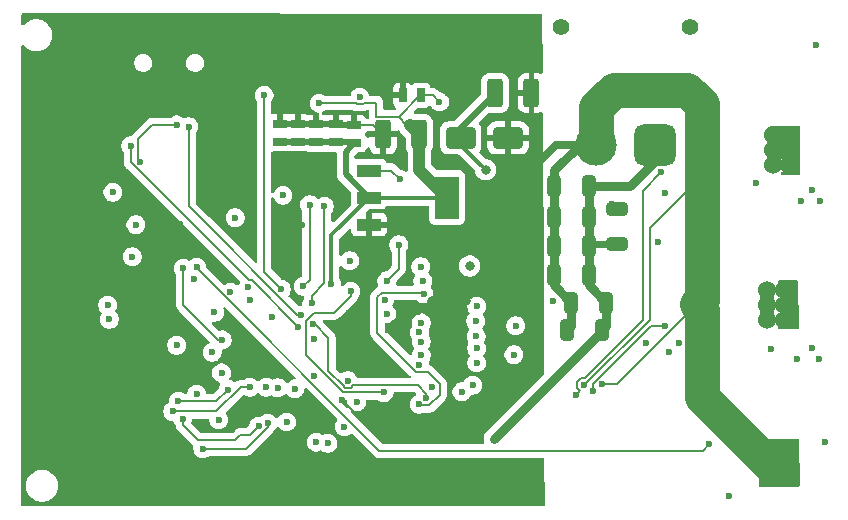
<source format=gbr>
%TF.GenerationSoftware,KiCad,Pcbnew,9.0.2*%
%TF.CreationDate,2025-10-22T09:47:40+03:00*%
%TF.ProjectId,aair_gimb_pcb,61616972-5f67-4696-9d62-5f7063622e6b,rev?*%
%TF.SameCoordinates,Original*%
%TF.FileFunction,Copper,L4,Bot*%
%TF.FilePolarity,Positive*%
%FSLAX46Y46*%
G04 Gerber Fmt 4.6, Leading zero omitted, Abs format (unit mm)*
G04 Created by KiCad (PCBNEW 9.0.2) date 2025-10-22 09:47:40*
%MOMM*%
%LPD*%
G01*
G04 APERTURE LIST*
G04 Aperture macros list*
%AMRoundRect*
0 Rectangle with rounded corners*
0 $1 Rounding radius*
0 $2 $3 $4 $5 $6 $7 $8 $9 X,Y pos of 4 corners*
0 Add a 4 corners polygon primitive as box body*
4,1,4,$2,$3,$4,$5,$6,$7,$8,$9,$2,$3,0*
0 Add four circle primitives for the rounded corners*
1,1,$1+$1,$2,$3*
1,1,$1+$1,$4,$5*
1,1,$1+$1,$6,$7*
1,1,$1+$1,$8,$9*
0 Add four rect primitives between the rounded corners*
20,1,$1+$1,$2,$3,$4,$5,0*
20,1,$1+$1,$4,$5,$6,$7,0*
20,1,$1+$1,$6,$7,$8,$9,0*
20,1,$1+$1,$8,$9,$2,$3,0*%
G04 Aperture macros list end*
%TA.AperFunction,ComponentPad*%
%ADD10C,1.400000*%
%TD*%
%TA.AperFunction,ComponentPad*%
%ADD11RoundRect,0.770000X-0.980000X-0.980000X0.980000X-0.980000X0.980000X0.980000X-0.980000X0.980000X0*%
%TD*%
%TA.AperFunction,ComponentPad*%
%ADD12C,3.500000*%
%TD*%
%TA.AperFunction,SMDPad,CuDef*%
%ADD13RoundRect,0.250000X0.325000X0.650000X-0.325000X0.650000X-0.325000X-0.650000X0.325000X-0.650000X0*%
%TD*%
%TA.AperFunction,SMDPad,CuDef*%
%ADD14RoundRect,0.250000X0.650000X-0.325000X0.650000X0.325000X-0.650000X0.325000X-0.650000X-0.325000X0*%
%TD*%
%TA.AperFunction,SMDPad,CuDef*%
%ADD15R,0.635000X1.143000*%
%TD*%
%TA.AperFunction,SMDPad,CuDef*%
%ADD16RoundRect,0.250000X0.362500X1.425000X-0.362500X1.425000X-0.362500X-1.425000X0.362500X-1.425000X0*%
%TD*%
%TA.AperFunction,SMDPad,CuDef*%
%ADD17R,1.143000X0.635000*%
%TD*%
%TA.AperFunction,SMDPad,CuDef*%
%ADD18RoundRect,0.250000X-1.000000X-0.650000X1.000000X-0.650000X1.000000X0.650000X-1.000000X0.650000X0*%
%TD*%
%TA.AperFunction,SMDPad,CuDef*%
%ADD19RoundRect,0.250000X-0.420000X-0.945000X0.420000X-0.945000X0.420000X0.945000X-0.420000X0.945000X0*%
%TD*%
%TA.AperFunction,SMDPad,CuDef*%
%ADD20R,2.032000X1.016000*%
%TD*%
%TA.AperFunction,SMDPad,CuDef*%
%ADD21R,2.032000X3.657600*%
%TD*%
%TA.AperFunction,SMDPad,CuDef*%
%ADD22RoundRect,0.250000X-0.325000X-0.650000X0.325000X-0.650000X0.325000X0.650000X-0.325000X0.650000X0*%
%TD*%
%TA.AperFunction,SMDPad,CuDef*%
%ADD23RoundRect,0.250000X0.420000X0.945000X-0.420000X0.945000X-0.420000X-0.945000X0.420000X-0.945000X0*%
%TD*%
%TA.AperFunction,ViaPad*%
%ADD24C,0.600000*%
%TD*%
%TA.AperFunction,ViaPad*%
%ADD25C,0.800000*%
%TD*%
%TA.AperFunction,ViaPad*%
%ADD26C,1.524000*%
%TD*%
%TA.AperFunction,Conductor*%
%ADD27C,0.800000*%
%TD*%
%TA.AperFunction,Conductor*%
%ADD28C,0.200000*%
%TD*%
%TA.AperFunction,Conductor*%
%ADD29C,0.600000*%
%TD*%
%TA.AperFunction,Conductor*%
%ADD30C,3.000000*%
%TD*%
%TA.AperFunction,Conductor*%
%ADD31C,0.650000*%
%TD*%
%TA.AperFunction,Conductor*%
%ADD32C,0.500000*%
%TD*%
%TA.AperFunction,Conductor*%
%ADD33C,0.350000*%
%TD*%
%TA.AperFunction,Conductor*%
%ADD34C,1.000000*%
%TD*%
%TA.AperFunction,Conductor*%
%ADD35C,1.500000*%
%TD*%
G04 APERTURE END LIST*
D10*
%TO.P,xt30,*%
%TO.N,*%
X169200000Y-61725000D03*
X180200000Y-61725000D03*
D11*
%TO.P,xt30,1,Pin_1*%
%TO.N,V_SUPPLY*%
X177200000Y-71725000D03*
D12*
%TO.P,xt30,2,Pin_2*%
%TO.N,GND*%
X172200000Y-71725000D03*
%TD*%
D13*
%TO.P,C33,1*%
%TO.N,V_SUPPLY*%
X171575000Y-82750000D03*
%TO.P,C33,2*%
%TO.N,GND*%
X168625000Y-82750000D03*
%TD*%
D14*
%TO.P,C36,1*%
%TO.N,V_SUPPLY*%
X174000000Y-80150000D03*
%TO.P,C36,2*%
%TO.N,GND*%
X174000000Y-77200000D03*
%TD*%
D15*
%TO.P,C29,1*%
%TO.N,+3.3V*%
X157350000Y-67550000D03*
%TO.P,C29,2*%
%TO.N,GND*%
X155826000Y-67550000D03*
%TD*%
D16*
%TO.P,R28,1*%
%TO.N,/drv8302/H2_LOW*%
X186662500Y-85250000D03*
%TO.P,R28,2*%
%TO.N,GND*%
X180737500Y-85250000D03*
%TD*%
D17*
%TO.P,C16,1*%
%TO.N,GND*%
X145450000Y-69950000D03*
%TO.P,C16,2*%
%TO.N,+3.3V*%
X145450000Y-71474000D03*
%TD*%
D18*
%TO.P,D1,1,K*%
%TO.N,+5V*%
X160750000Y-71150000D03*
%TO.P,D1,2,A*%
%TO.N,GND*%
X164750000Y-71150000D03*
%TD*%
D19*
%TO.P,C22,1*%
%TO.N,+5V*%
X163660000Y-67350000D03*
%TO.P,C22,2*%
%TO.N,GND*%
X166740000Y-67350000D03*
%TD*%
D17*
%TO.P,C13,1*%
%TO.N,GND*%
X150150000Y-70012000D03*
%TO.P,C13,2*%
%TO.N,+3.3V*%
X150150000Y-71536000D03*
%TD*%
D20*
%TO.P,U3,1,GND*%
%TO.N,GND*%
X152996000Y-78486000D03*
%TO.P,U3,2,V_out*%
%TO.N,+3.3V*%
X152996000Y-76200000D03*
D21*
X159600000Y-76200000D03*
D20*
%TO.P,U3,3,V_in*%
%TO.N,+5V*%
X152996000Y-73914000D03*
%TD*%
D13*
%TO.P,C31,1*%
%TO.N,V_SUPPLY*%
X171575000Y-77850000D03*
%TO.P,C31,2*%
%TO.N,GND*%
X168625000Y-77850000D03*
%TD*%
%TO.P,C35,1*%
%TO.N,V_SUPPLY*%
X172725000Y-87450000D03*
%TO.P,C35,2*%
%TO.N,GND*%
X169775000Y-87450000D03*
%TD*%
D22*
%TO.P,C27,1*%
%TO.N,GND*%
X168675000Y-75200000D03*
%TO.P,C27,2*%
%TO.N,V_SUPPLY*%
X171625000Y-75200000D03*
%TD*%
D17*
%TO.P,C14,1*%
%TO.N,GND*%
X146950000Y-69950000D03*
%TO.P,C14,2*%
%TO.N,+3.3V*%
X146950000Y-71474000D03*
%TD*%
D23*
%TO.P,C30,1*%
%TO.N,+3.3V*%
X157250000Y-70850000D03*
%TO.P,C30,2*%
%TO.N,GND*%
X154170000Y-70850000D03*
%TD*%
D16*
%TO.P,R27,1*%
%TO.N,/drv8302/H1_LOW*%
X187312500Y-71900000D03*
%TO.P,R27,2*%
%TO.N,GND*%
X181387500Y-71900000D03*
%TD*%
D17*
%TO.P,C28,1*%
%TO.N,GND*%
X148500000Y-70000000D03*
%TO.P,C28,2*%
%TO.N,+3.3V*%
X148500000Y-71524000D03*
%TD*%
%TO.P,C15,1*%
%TO.N,GND*%
X151750000Y-70038000D03*
%TO.P,C15,2*%
%TO.N,+3.3V*%
X151750000Y-71562000D03*
%TD*%
D13*
%TO.P,C34,1*%
%TO.N,V_SUPPLY*%
X173075000Y-85100000D03*
%TO.P,C34,2*%
%TO.N,GND*%
X170125000Y-85100000D03*
%TD*%
%TO.P,C32,1*%
%TO.N,V_SUPPLY*%
X171575000Y-80300000D03*
%TO.P,C32,2*%
%TO.N,GND*%
X168625000Y-80300000D03*
%TD*%
D24*
%TO.N,V_SUPPLY*%
X163600000Y-96600000D03*
D25*
X161500000Y-82000000D03*
D24*
%TO.N,Net-(U1-GVDD)*%
X157250000Y-87600000D03*
X149500000Y-97000000D03*
%TO.N,Net-(U1-DVDD)*%
X157600000Y-84350000D03*
X157224403Y-93703105D03*
X150900000Y-95600000D03*
%TO.N,VCC*%
X154250000Y-92700000D03*
X151450000Y-84150000D03*
%TO.N,GND*%
X151325000Y-85975000D03*
D25*
X158350000Y-84950000D03*
D24*
X132800000Y-76900000D03*
X154600000Y-87390000D03*
X161650000Y-67650000D03*
X167100000Y-76950000D03*
D25*
X161200000Y-84950000D03*
D24*
X147350000Y-78500000D03*
D26*
X186750000Y-98660000D03*
D24*
X151150000Y-86800000D03*
X173575000Y-76775000D03*
X142050000Y-70550000D03*
X143150000Y-90350000D03*
X150684372Y-93300000D03*
D26*
X186785000Y-97385000D03*
D24*
X171200000Y-92100000D03*
X172750000Y-92000000D03*
X174000000Y-77200000D03*
X159650000Y-67350000D03*
X140750000Y-78650000D03*
D26*
X186750000Y-99930000D03*
X188150000Y-98660000D03*
D24*
X133950000Y-94750000D03*
D26*
X188150000Y-99930000D03*
D24*
X145450000Y-79150000D03*
X161581383Y-93737011D03*
X137000000Y-78400000D03*
D26*
X188185000Y-97385000D03*
D24*
X133300000Y-99850000D03*
D25*
X159450000Y-86650000D03*
D24*
%TO.N,/drv8302/H2_VS*%
X132950000Y-81200000D03*
X160850000Y-92650000D03*
X176450000Y-88550000D03*
X190450000Y-88900000D03*
%TO.N,/drv8302/H1_VS*%
X190450000Y-75600000D03*
X141650000Y-77900000D03*
X168560659Y-84950000D03*
%TO.N,/drv8302/H3_VS*%
X191550000Y-96900000D03*
X138400000Y-82100000D03*
X181800000Y-97100000D03*
%TO.N,LED_STATUS*%
X138400000Y-92850000D03*
X139700000Y-89300000D03*
%TO.N,USB_CONN_D-*%
X133600000Y-73150000D03*
X136700000Y-70050000D03*
D25*
%TO.N,+5V*%
X162850000Y-73850000D03*
D24*
X145700000Y-76000000D03*
X155600000Y-74650000D03*
%TO.N,SWCLK*%
X147400000Y-83700000D03*
X147950000Y-76800000D03*
%TO.N,+3.3V*%
X144800000Y-86350000D03*
X138150000Y-83100000D03*
X148750000Y-68200000D03*
X149800000Y-83500000D03*
X158950000Y-68100000D03*
X148500000Y-96900000D03*
X141250000Y-84200000D03*
%TO.N,SWDIO*%
X149200000Y-76950000D03*
X148150000Y-85150000D03*
%TO.N,NRST*%
X131300000Y-75750000D03*
X139900000Y-85900000D03*
X152200000Y-67700000D03*
%TO.N,Net-(U1-RT_CLK)*%
X157350000Y-82050000D03*
X151350000Y-81550000D03*
%TO.N,/Stm32f405/SENS2*%
X140550000Y-88250000D03*
X137250000Y-82200000D03*
%TO.N,/Stm32f405/SENS3*%
X136700000Y-88700000D03*
X133250000Y-78500000D03*
%TO.N,/Stm32f405/FAULT*%
X146000000Y-95200000D03*
X157550000Y-83251000D03*
%TO.N,/drv8302/M_L2*%
X189250000Y-89900000D03*
X162100000Y-88950000D03*
%TO.N,/Stm32f405/DC_CAL*%
X157398398Y-86813883D03*
X146700000Y-92400000D03*
%TO.N,/drv8302/M_H3*%
X191100000Y-89850000D03*
X162100000Y-90200000D03*
%TO.N,/Stm32f405/GAIN*%
X145250000Y-92300000D03*
X154500000Y-86049000D03*
%TO.N,/drv8302/M_H2*%
X162049592Y-87950000D03*
X191200000Y-76450000D03*
%TO.N,/Stm32f405/Current_ADC_2*%
X151950000Y-93501000D03*
X140500000Y-91049000D03*
%TO.N,/drv8302/M_H1*%
X162100000Y-85400000D03*
X190800000Y-63300000D03*
%TO.N,/Stm32f405/EN_GATE*%
X157398398Y-88386116D03*
X140250000Y-95000000D03*
%TO.N,/Stm32f405/M_PWM*%
X154300000Y-84849000D03*
X144300000Y-92250000D03*
%TO.N,/drv8302/H2_LOW*%
X165250000Y-89500000D03*
X178050000Y-87050000D03*
X179200000Y-88550000D03*
D26*
X188100000Y-86580000D03*
D24*
X171950000Y-92600000D03*
D26*
X186685000Y-84035000D03*
X188135000Y-84035000D03*
X186650000Y-86580000D03*
X188100000Y-85310000D03*
X186650000Y-85310000D03*
D24*
%TO.N,Net-(U1-VSENSE)*%
X155500000Y-80200000D03*
X154498928Y-83251000D03*
%TO.N,/drv8302/M_L1*%
X162008402Y-86650000D03*
X189600000Y-76500000D03*
%TO.N,/Stm32f405/L2*%
X148349265Y-91299265D03*
X158350000Y-92258817D03*
%TO.N,/drv8302/M_L3*%
X161750000Y-92100000D03*
X183450000Y-101450000D03*
D26*
%TO.N,/drv8302/H1_LOW*%
X188565000Y-72205000D03*
D24*
X178049265Y-75849265D03*
X177704897Y-74048454D03*
X165400000Y-87050000D03*
X170500000Y-92950000D03*
D26*
X187150000Y-73480000D03*
X188565000Y-73475000D03*
X188600000Y-70930000D03*
X187150000Y-72210000D03*
X187185000Y-70935000D03*
D24*
%TO.N,/Stm32f405/L1*%
X157250057Y-90350000D03*
X151213676Y-91701000D03*
%TO.N,I2C_SCL*%
X131000000Y-86500000D03*
X142900000Y-84850000D03*
%TO.N,SPI1_MOSI*%
X144408949Y-95297017D03*
X138900000Y-97450000D03*
%TO.N,SPI1_SCK*%
X142900000Y-92249000D03*
X136361765Y-94311765D03*
%TO.N,USB_D-*%
X132800000Y-71800000D03*
X147000000Y-87150000D03*
%TO.N,USB_D+*%
X137700000Y-70200000D03*
X147200000Y-86150000D03*
%TO.N,UART_RX*%
X145550000Y-83950000D03*
X144100000Y-67550000D03*
%TO.N,SPI1_MISO*%
X137200518Y-94911765D03*
X143650000Y-95550000D03*
%TO.N,SPI1_CS*%
X141056253Y-92453780D03*
X136850000Y-93450000D03*
%TO.N,I2C_SDA*%
X130850000Y-85300000D03*
X142750000Y-83800000D03*
%TO.N,/Stm32f405/H1*%
X148300000Y-88150000D03*
X157398291Y-89549999D03*
%TO.N,/Stm32f405/H3*%
X157848664Y-93202807D03*
X148250000Y-86900000D03*
%TO.N,Net-(Q4-G)*%
X187000000Y-89000000D03*
X178400000Y-89300000D03*
%TO.N,Net-(Q6-G)*%
X177450000Y-79950000D03*
X185750000Y-74950000D03*
%TD*%
D27*
%TO.N,V_SUPPLY*%
X171575000Y-82750000D02*
X171575000Y-83600000D01*
X171575000Y-80300000D02*
X171575000Y-82750000D01*
X171625000Y-75200000D02*
X175100000Y-75200000D01*
D28*
X171725000Y-80150000D02*
X171575000Y-80300000D01*
D27*
X171625000Y-75200000D02*
X171625000Y-77800000D01*
X171575000Y-83600000D02*
X173075000Y-85100000D01*
D29*
X174000000Y-80150000D02*
X171725000Y-80150000D01*
D27*
X172725000Y-87450000D02*
X172725000Y-87475000D01*
X171575000Y-77850000D02*
X171575000Y-80300000D01*
X175100000Y-75200000D02*
X177200000Y-73100000D01*
X171625000Y-77800000D02*
X171575000Y-77850000D01*
D28*
X177200000Y-73100000D02*
X177200000Y-71725000D01*
D27*
X173075000Y-87100000D02*
X172725000Y-87450000D01*
X173075000Y-85100000D02*
X173075000Y-87100000D01*
X172725000Y-87475000D02*
X163600000Y-96600000D01*
D28*
%TO.N,Net-(U1-DVDD)*%
X153699000Y-87648886D02*
X153699000Y-84600057D01*
X158951000Y-92950414D02*
X158951000Y-91951000D01*
X153699000Y-84600057D02*
X154051057Y-84248000D01*
X157224403Y-93703105D02*
X157325105Y-93803807D01*
X157498000Y-84248000D02*
X157600000Y-84350000D01*
X158097607Y-93803807D02*
X158951000Y-92950414D01*
X154051057Y-84248000D02*
X157498000Y-84248000D01*
X158951000Y-91951000D02*
X157951000Y-90951000D01*
X157001114Y-90951000D02*
X153699000Y-87648886D01*
X157951000Y-90951000D02*
X157001114Y-90951000D01*
X157325105Y-93803807D02*
X158097607Y-93803807D01*
%TO.N,VCC*%
X154247000Y-92703000D02*
X154250000Y-92700000D01*
X148350057Y-85950000D02*
X147649000Y-86651057D01*
X150000000Y-85950000D02*
X148350057Y-85950000D01*
X151450000Y-84150000D02*
X151450000Y-84500000D01*
X150797218Y-92703000D02*
X154247000Y-92703000D01*
X147649000Y-86651057D02*
X147649000Y-89554782D01*
X147649000Y-89554782D02*
X150797218Y-92703000D01*
X151450000Y-84500000D02*
X150000000Y-85950000D01*
D27*
%TO.N,GND*%
X170125000Y-85100000D02*
X170125000Y-87100000D01*
D28*
X161350000Y-67350000D02*
X161650000Y-67650000D01*
D27*
X168625000Y-77850000D02*
X168625000Y-80300000D01*
D28*
X135500000Y-76900000D02*
X132800000Y-76900000D01*
D27*
X170125000Y-87100000D02*
X169775000Y-87450000D01*
D30*
X181137500Y-68287500D02*
X181137500Y-71950000D01*
D28*
X173987500Y-92000000D02*
X180737500Y-85250000D01*
X153784372Y-94665628D02*
X153900000Y-94550000D01*
X159450000Y-86050000D02*
X159450000Y-86650000D01*
D31*
X159450000Y-81081736D02*
X168806736Y-71725000D01*
D27*
X168675000Y-75200000D02*
X168675000Y-77800000D01*
X168625000Y-80300000D02*
X168625000Y-82750000D01*
D28*
X171200000Y-92100000D02*
X176750000Y-86550000D01*
X154600000Y-87390000D02*
X154600000Y-87100000D01*
X176750000Y-78800000D02*
X179987500Y-75562500D01*
X159650000Y-67350000D02*
X161350000Y-67350000D01*
D27*
X168625000Y-83600000D02*
X170125000Y-85100000D01*
D30*
X172200000Y-68550000D02*
X173700000Y-67050000D01*
D27*
X168675000Y-77800000D02*
X168625000Y-77850000D01*
D28*
X151299943Y-86800000D02*
X152924971Y-85174971D01*
X152124942Y-85975000D02*
X152924971Y-85174971D01*
D31*
X159450000Y-85750000D02*
X159450000Y-81081736D01*
D28*
X150684372Y-93300000D02*
X152050000Y-94665628D01*
D32*
X152996000Y-78486000D02*
X156854264Y-78486000D01*
D30*
X180737500Y-85250000D02*
X181201000Y-85713500D01*
D27*
X168625000Y-82750000D02*
X168625000Y-83600000D01*
D30*
X172200000Y-71725000D02*
X172200000Y-68550000D01*
X181137500Y-71950000D02*
X181137500Y-73350000D01*
X179900000Y-67050000D02*
X181137500Y-68287500D01*
X181201000Y-85713500D02*
X181201000Y-93111000D01*
D28*
X137000000Y-78400000D02*
X135500000Y-76900000D01*
X161200000Y-84950000D02*
X160250000Y-84950000D01*
X154600000Y-87100000D02*
X155651000Y-86049000D01*
X133300000Y-99850000D02*
X133300000Y-95400000D01*
X152050000Y-94665628D02*
X152500000Y-94665628D01*
X176750000Y-86550000D02*
X176750000Y-78800000D01*
D32*
X156854264Y-78486000D02*
X159450000Y-81081736D01*
D27*
X168675000Y-73875000D02*
X170825000Y-71725000D01*
D28*
X155651000Y-86049000D02*
X157251000Y-86049000D01*
D27*
X168675000Y-75200000D02*
X168675000Y-73875000D01*
D28*
X133300000Y-95400000D02*
X133950000Y-94750000D01*
D30*
X181137500Y-84850000D02*
X180737500Y-85250000D01*
D28*
X151325000Y-85975000D02*
X152124942Y-85975000D01*
X151150000Y-86800000D02*
X151299943Y-86800000D01*
D31*
X168806736Y-71725000D02*
X172200000Y-71725000D01*
D28*
X152924971Y-85174971D02*
X152996000Y-85103943D01*
X159600000Y-86800000D02*
X159450000Y-86650000D01*
X151750000Y-70038000D02*
X153358000Y-70038000D01*
X157251000Y-86049000D02*
X158350000Y-84950000D01*
X170825000Y-71725000D02*
X172200000Y-71725000D01*
D30*
X181137500Y-73350000D02*
X181137500Y-84850000D01*
D28*
X172750000Y-92000000D02*
X173987500Y-92000000D01*
X152996000Y-85103943D02*
X152996000Y-78486000D01*
X160250000Y-84950000D02*
X159450000Y-85750000D01*
D30*
X173700000Y-67050000D02*
X179900000Y-67050000D01*
D28*
X179987500Y-75562500D02*
X179987500Y-74500000D01*
D30*
X181201000Y-93111000D02*
X186750000Y-98660000D01*
D28*
X179987500Y-74500000D02*
X181137500Y-73350000D01*
X158350000Y-84950000D02*
X159450000Y-86050000D01*
X153358000Y-70038000D02*
X154170000Y-70850000D01*
D31*
X159450000Y-86650000D02*
X159450000Y-85750000D01*
D28*
%TO.N,/drv8302/H3_VS*%
X138400000Y-82199943D02*
X153850057Y-97650000D01*
X138400000Y-82100000D02*
X138400000Y-82199943D01*
X181250000Y-97650000D02*
X181800000Y-97100000D01*
X153850057Y-97650000D02*
X181250000Y-97650000D01*
%TO.N,USB_CONN_D-*%
X134600000Y-70050000D02*
X133400000Y-71250000D01*
X136700000Y-70050000D02*
X134600000Y-70050000D01*
X133400000Y-72950000D02*
X133600000Y-73150000D01*
X133400000Y-72750000D02*
X133400000Y-72950000D01*
X133400000Y-71250000D02*
X133400000Y-72750000D01*
D29*
%TO.N,+5V*%
X160750000Y-70260000D02*
X163660000Y-67350000D01*
D33*
X162850000Y-73850000D02*
X160300000Y-71300000D01*
D28*
X160870000Y-70630000D02*
X160300000Y-71200000D01*
X152996000Y-73914000D02*
X154864000Y-73914000D01*
D33*
X160300000Y-71300000D02*
X160300000Y-71200000D01*
D28*
X154864000Y-73914000D02*
X155600000Y-74650000D01*
X160750000Y-71150000D02*
X160750000Y-70260000D01*
%TO.N,SWCLK*%
X147950000Y-83150000D02*
X147400000Y-83700000D01*
X147950000Y-76800000D02*
X147950000Y-83150000D01*
D32*
%TO.N,+3.3V*%
X151750000Y-71562000D02*
X151000000Y-72312000D01*
D28*
X153600000Y-69350000D02*
X155516500Y-69350000D01*
D32*
X151000000Y-72312000D02*
X151000000Y-74204000D01*
D28*
X148450000Y-71474000D02*
X148500000Y-71524000D01*
D32*
X151000000Y-74204000D02*
X152996000Y-76200000D01*
D28*
X151850057Y-68200000D02*
X151951057Y-68301000D01*
D34*
X157250000Y-73850000D02*
X159600000Y-76200000D01*
D33*
X149800000Y-79396000D02*
X152996000Y-76200000D01*
D28*
X158400000Y-67550000D02*
X158950000Y-68100000D01*
X150138000Y-71524000D02*
X150150000Y-71536000D01*
X148750000Y-68200000D02*
X151850057Y-68200000D01*
D32*
X145450000Y-71474000D02*
X146950000Y-71474000D01*
D28*
X151951057Y-68301000D02*
X152448943Y-68301000D01*
X157350000Y-67550000D02*
X157316500Y-67550000D01*
X155516500Y-69350000D02*
X155516500Y-69416500D01*
D33*
X149800000Y-83500000D02*
X149800000Y-79396000D01*
D32*
X146950000Y-71474000D02*
X148450000Y-71474000D01*
D28*
X155516500Y-69416500D02*
X156122000Y-70022000D01*
D34*
X156422000Y-70022000D02*
X157250000Y-70850000D01*
D28*
X151724000Y-71536000D02*
X151750000Y-71562000D01*
D33*
X152996000Y-76200000D02*
X159600000Y-76200000D01*
D28*
X156122000Y-70022000D02*
X156422000Y-70022000D01*
X152549943Y-68200000D02*
X153600000Y-68200000D01*
D32*
X148500000Y-71524000D02*
X150138000Y-71524000D01*
D28*
X157316500Y-67550000D02*
X155516500Y-69350000D01*
X157350000Y-67550000D02*
X158400000Y-67550000D01*
D32*
X150150000Y-71536000D02*
X151724000Y-71536000D01*
D28*
X152448943Y-68301000D02*
X152549943Y-68200000D01*
X153600000Y-68200000D02*
X153600000Y-69350000D01*
D34*
X157250000Y-70850000D02*
X157250000Y-73850000D01*
D28*
%TO.N,SWDIO*%
X149200000Y-83450000D02*
X148150000Y-84500000D01*
X149200000Y-76950000D02*
X149200000Y-83450000D01*
X148150000Y-84500000D02*
X148150000Y-85150000D01*
%TO.N,/Stm32f405/SENS2*%
X140200000Y-88250000D02*
X137250000Y-85300000D01*
X137250000Y-85300000D02*
X137250000Y-82200000D01*
X140550000Y-88250000D02*
X140200000Y-88250000D01*
%TO.N,/drv8302/H2_LOW*%
X176850056Y-87050000D02*
X178050000Y-87050000D01*
X186650000Y-85310000D02*
X188100000Y-85310000D01*
X171950000Y-92600000D02*
X171950000Y-91950056D01*
D32*
X186685000Y-84035000D02*
X188135000Y-84035000D01*
D28*
X171950000Y-91950056D02*
X176850056Y-87050000D01*
X186650000Y-86580000D02*
X188100000Y-86580000D01*
%TO.N,Net-(U1-VSENSE)*%
X155500000Y-82249928D02*
X154498928Y-83251000D01*
X155500000Y-80200000D02*
X155500000Y-82249928D01*
%TO.N,/drv8302/H1_LOW*%
X176150000Y-86582900D02*
X176150000Y-75603351D01*
X170599000Y-92348943D02*
X170599000Y-91851057D01*
X187150000Y-73480000D02*
X188560000Y-73480000D01*
X170951057Y-91499000D02*
X171233900Y-91499000D01*
X170599000Y-91851057D02*
X170951057Y-91499000D01*
X176150000Y-75603351D02*
X177704897Y-74048454D01*
X170850029Y-92599971D02*
X170599000Y-92348943D01*
D35*
X187150000Y-72210000D02*
X188560000Y-72210000D01*
D28*
X188560000Y-73480000D02*
X188565000Y-73475000D01*
D35*
X188560000Y-72210000D02*
X188565000Y-72205000D01*
X188595000Y-70935000D02*
X188600000Y-70930000D01*
D28*
X170500000Y-92950000D02*
X170850029Y-92599971D01*
D35*
X187185000Y-70935000D02*
X188595000Y-70935000D01*
D28*
X171233900Y-91499000D02*
X176150000Y-86582900D01*
%TO.N,SPI1_MOSI*%
X138900000Y-97450000D02*
X142600000Y-97450000D01*
X144405966Y-95300000D02*
X144408949Y-95297017D01*
X144400000Y-95300000D02*
X144405966Y-95300000D01*
X142600000Y-97450000D02*
X144400000Y-95650000D01*
X144400000Y-95650000D02*
X144400000Y-95300000D01*
%TO.N,SPI1_SCK*%
X140048211Y-94311765D02*
X136361765Y-94311765D01*
X142900000Y-92249000D02*
X142110976Y-92249000D01*
X142110976Y-92249000D02*
X140048211Y-94311765D01*
%TO.N,USB_D-*%
X132800000Y-73199943D02*
X142799057Y-83199000D01*
X142799057Y-83199000D02*
X143049000Y-83199000D01*
X132800000Y-71800000D02*
X132800000Y-73199943D01*
X143049000Y-83199000D02*
X147000000Y-87150000D01*
%TO.N,USB_D+*%
X146900057Y-86150000D02*
X147200000Y-86150000D01*
X137700000Y-76949943D02*
X146900057Y-86150000D01*
X137700000Y-70200000D02*
X137700000Y-76949943D01*
%TO.N,UART_RX*%
X144100000Y-82500000D02*
X145550000Y-83950000D01*
X144100000Y-67550000D02*
X144100000Y-82500000D01*
%TO.N,SPI1_MISO*%
X138500057Y-96750000D02*
X137200518Y-95450461D01*
X142900000Y-96300000D02*
X142100000Y-96300000D01*
X143650000Y-95550000D02*
X142900000Y-96300000D01*
X137200518Y-95450461D02*
X137200518Y-94911765D01*
X141650000Y-96750000D02*
X138500057Y-96750000D01*
X142100000Y-96300000D02*
X141650000Y-96750000D01*
%TO.N,SPI1_CS*%
X136850000Y-93450000D02*
X140060033Y-93450000D01*
X140060033Y-93450000D02*
X141056253Y-92453780D01*
%TO.N,/Stm32f405/H3*%
X157848664Y-92798664D02*
X157150000Y-92100000D01*
X150761318Y-92100000D02*
X149550000Y-90888682D01*
X151664619Y-92100000D02*
X151462619Y-92302000D01*
X149550000Y-88050000D02*
X148400000Y-86900000D01*
X150964733Y-92302000D02*
X150762733Y-92100000D01*
X157150000Y-92100000D02*
X151664619Y-92100000D01*
X151462619Y-92302000D02*
X150964733Y-92302000D01*
X149550000Y-90888682D02*
X149550000Y-88050000D01*
X150762733Y-92100000D02*
X150761318Y-92100000D01*
X148400000Y-86900000D02*
X148250000Y-86900000D01*
X157848664Y-93202807D02*
X157848664Y-92798664D01*
%TD*%
%TA.AperFunction,Conductor*%
%TO.N,GND*%
G36*
X167526729Y-60649861D02*
G01*
X167593743Y-60669621D01*
X167639439Y-60722476D01*
X167650586Y-60773271D01*
X167673627Y-65617850D01*
X167654261Y-65684983D01*
X167601675Y-65730988D01*
X167532565Y-65741260D01*
X167484530Y-65723978D01*
X167479126Y-65720644D01*
X167479119Y-65720641D01*
X167312697Y-65665494D01*
X167312690Y-65665493D01*
X167209986Y-65655000D01*
X166990000Y-65655000D01*
X166990000Y-69044999D01*
X167209972Y-69044999D01*
X167209986Y-69044998D01*
X167312697Y-69034505D01*
X167479119Y-68979358D01*
X167479125Y-68979355D01*
X167500950Y-68965893D01*
X167568342Y-68947450D01*
X167635006Y-68968370D01*
X167679778Y-69022010D01*
X167690050Y-69070839D01*
X167765023Y-84833893D01*
X167765082Y-84846405D01*
X167760159Y-84871158D01*
X167760159Y-85028842D01*
X167766092Y-85058670D01*
X167766149Y-85070586D01*
X167794731Y-91079815D01*
X167775365Y-91146948D01*
X167758413Y-91168086D01*
X162900540Y-96025958D01*
X162900534Y-96025965D01*
X162801988Y-96173451D01*
X162734105Y-96337333D01*
X162734103Y-96337341D01*
X162699500Y-96511303D01*
X162699500Y-96688696D01*
X162734103Y-96862658D01*
X162734106Y-96862670D01*
X162740476Y-96878048D01*
X162747945Y-96947518D01*
X162716669Y-97009997D01*
X162656580Y-97045648D01*
X162625915Y-97049500D01*
X154150154Y-97049500D01*
X154083115Y-97029815D01*
X154062473Y-97013181D01*
X151480483Y-94431191D01*
X151446998Y-94369868D01*
X151451982Y-94300176D01*
X151493854Y-94244243D01*
X151559318Y-94219826D01*
X151615616Y-94228949D01*
X151652540Y-94244243D01*
X151716503Y-94270737D01*
X151864502Y-94300176D01*
X151871153Y-94301499D01*
X151871156Y-94301500D01*
X151871158Y-94301500D01*
X152028844Y-94301500D01*
X152028845Y-94301499D01*
X152183497Y-94270737D01*
X152329179Y-94210394D01*
X152460289Y-94122789D01*
X152571789Y-94011289D01*
X152659394Y-93880179D01*
X152719737Y-93734497D01*
X152750500Y-93579842D01*
X152750500Y-93427500D01*
X152770185Y-93360461D01*
X152822989Y-93314706D01*
X152874500Y-93303500D01*
X153674724Y-93303500D01*
X153741763Y-93323185D01*
X153743615Y-93324398D01*
X153870814Y-93409390D01*
X153870827Y-93409397D01*
X154016208Y-93469615D01*
X154016503Y-93469737D01*
X154171153Y-93500499D01*
X154171156Y-93500500D01*
X154171158Y-93500500D01*
X154328844Y-93500500D01*
X154328845Y-93500499D01*
X154483497Y-93469737D01*
X154629179Y-93409394D01*
X154760289Y-93321789D01*
X154871789Y-93210289D01*
X154959394Y-93079179D01*
X154962854Y-93070827D01*
X154980102Y-93029184D01*
X155019737Y-92933497D01*
X155032012Y-92871786D01*
X155046231Y-92800308D01*
X155078616Y-92738397D01*
X155139332Y-92703823D01*
X155167848Y-92700500D01*
X156849903Y-92700500D01*
X156879343Y-92709144D01*
X156909330Y-92715668D01*
X156914345Y-92719422D01*
X156916942Y-92720185D01*
X156937584Y-92736819D01*
X156960958Y-92760193D01*
X156994443Y-92821516D01*
X156989459Y-92891208D01*
X156947587Y-92947141D01*
X156920730Y-92962435D01*
X156845227Y-92993709D01*
X156845217Y-92993714D01*
X156714114Y-93081315D01*
X156714110Y-93081318D01*
X156602616Y-93192812D01*
X156602613Y-93192816D01*
X156515012Y-93323919D01*
X156515005Y-93323932D01*
X156454667Y-93469603D01*
X156454664Y-93469615D01*
X156423903Y-93624258D01*
X156423903Y-93781951D01*
X156454664Y-93936594D01*
X156454667Y-93936606D01*
X156515005Y-94082277D01*
X156515012Y-94082290D01*
X156602613Y-94213393D01*
X156602616Y-94213397D01*
X156714110Y-94324891D01*
X156714114Y-94324894D01*
X156845217Y-94412495D01*
X156845230Y-94412502D01*
X156990901Y-94472840D01*
X156990906Y-94472842D01*
X157145556Y-94503604D01*
X157145559Y-94503605D01*
X157145561Y-94503605D01*
X157303247Y-94503605D01*
X157303248Y-94503604D01*
X157457900Y-94472842D01*
X157507655Y-94452232D01*
X157600573Y-94413746D01*
X157648025Y-94404307D01*
X158010938Y-94404307D01*
X158010954Y-94404308D01*
X158018550Y-94404308D01*
X158176661Y-94404308D01*
X158176664Y-94404308D01*
X158329392Y-94363384D01*
X158396058Y-94324894D01*
X158466323Y-94284327D01*
X158578127Y-94172523D01*
X158578127Y-94172521D01*
X158588331Y-94162318D01*
X158588335Y-94162313D01*
X159309506Y-93441142D01*
X159309511Y-93441138D01*
X159319714Y-93430934D01*
X159319716Y-93430934D01*
X159431520Y-93319130D01*
X159498390Y-93203307D01*
X159510577Y-93182199D01*
X159551501Y-93029471D01*
X159551501Y-92871357D01*
X159551501Y-92863762D01*
X159551500Y-92863744D01*
X159551500Y-92571153D01*
X160049500Y-92571153D01*
X160049500Y-92728846D01*
X160080261Y-92883489D01*
X160080264Y-92883501D01*
X160140602Y-93029172D01*
X160140609Y-93029185D01*
X160228210Y-93160288D01*
X160228213Y-93160292D01*
X160339707Y-93271786D01*
X160339711Y-93271789D01*
X160470814Y-93359390D01*
X160470827Y-93359397D01*
X160616498Y-93419735D01*
X160616503Y-93419737D01*
X160724133Y-93441146D01*
X160771153Y-93450499D01*
X160771156Y-93450500D01*
X160771158Y-93450500D01*
X160928844Y-93450500D01*
X160928845Y-93450499D01*
X161083497Y-93419737D01*
X161200790Y-93371153D01*
X161229172Y-93359397D01*
X161229172Y-93359396D01*
X161229179Y-93359394D01*
X161360289Y-93271789D01*
X161471789Y-93160289D01*
X161559394Y-93029179D01*
X161567589Y-93009394D01*
X161580987Y-92977048D01*
X161624827Y-92922644D01*
X161691121Y-92900579D01*
X161695548Y-92900500D01*
X161828844Y-92900500D01*
X161828845Y-92900499D01*
X161983497Y-92869737D01*
X162129179Y-92809394D01*
X162260289Y-92721789D01*
X162371789Y-92610289D01*
X162459394Y-92479179D01*
X162462854Y-92470827D01*
X162502285Y-92375630D01*
X162519737Y-92333497D01*
X162550500Y-92178842D01*
X162550500Y-92021158D01*
X162550500Y-92021155D01*
X162550499Y-92021153D01*
X162535051Y-91943491D01*
X162519737Y-91866503D01*
X162519387Y-91865658D01*
X162459397Y-91720827D01*
X162459390Y-91720814D01*
X162371789Y-91589711D01*
X162371786Y-91589707D01*
X162260292Y-91478213D01*
X162260288Y-91478210D01*
X162129185Y-91390609D01*
X162129172Y-91390602D01*
X161983501Y-91330264D01*
X161983489Y-91330261D01*
X161828845Y-91299500D01*
X161828842Y-91299500D01*
X161671158Y-91299500D01*
X161671155Y-91299500D01*
X161516510Y-91330261D01*
X161516498Y-91330264D01*
X161370827Y-91390602D01*
X161370814Y-91390609D01*
X161239711Y-91478210D01*
X161239707Y-91478213D01*
X161128213Y-91589707D01*
X161128210Y-91589711D01*
X161040609Y-91720814D01*
X161040604Y-91720823D01*
X161019012Y-91772953D01*
X160975171Y-91827356D01*
X160908877Y-91849421D01*
X160904451Y-91849500D01*
X160771155Y-91849500D01*
X160616510Y-91880261D01*
X160616498Y-91880264D01*
X160470827Y-91940602D01*
X160470814Y-91940609D01*
X160339711Y-92028210D01*
X160339707Y-92028213D01*
X160228213Y-92139707D01*
X160228210Y-92139711D01*
X160140609Y-92270814D01*
X160140602Y-92270827D01*
X160080264Y-92416498D01*
X160080261Y-92416510D01*
X160049500Y-92571153D01*
X159551500Y-92571153D01*
X159551500Y-92040060D01*
X159551501Y-92040047D01*
X159551501Y-91871944D01*
X159547299Y-91856261D01*
X159510577Y-91719216D01*
X159510573Y-91719209D01*
X159431524Y-91582290D01*
X159431518Y-91582282D01*
X158438590Y-90589355D01*
X158438588Y-90589352D01*
X158319717Y-90470481D01*
X158319716Y-90470480D01*
X158303585Y-90461167D01*
X158239099Y-90423936D01*
X158239094Y-90423934D01*
X158232904Y-90420360D01*
X158182785Y-90391423D01*
X158133253Y-90378150D01*
X158124899Y-90374537D01*
X158104753Y-90357779D01*
X158082374Y-90344138D01*
X158078319Y-90335790D01*
X158071184Y-90329855D01*
X158063295Y-90304861D01*
X158051846Y-90281291D01*
X158050724Y-90272867D01*
X158050557Y-90271172D01*
X158050557Y-90271158D01*
X158050274Y-90269737D01*
X158021263Y-90123890D01*
X158027490Y-90054298D01*
X158039773Y-90030814D01*
X158107685Y-89929178D01*
X158168028Y-89783496D01*
X158198791Y-89628841D01*
X158198791Y-89471157D01*
X158198791Y-89471154D01*
X158198790Y-89471152D01*
X158191242Y-89433204D01*
X158168028Y-89316502D01*
X158147316Y-89266498D01*
X158107688Y-89170826D01*
X158107681Y-89170813D01*
X158018288Y-89037028D01*
X157997410Y-88970351D01*
X158015894Y-88902971D01*
X158018288Y-88899246D01*
X158020184Y-88896407D01*
X158020187Y-88896405D01*
X158107792Y-88765295D01*
X158168135Y-88619613D01*
X158198898Y-88464958D01*
X158198898Y-88307274D01*
X158198898Y-88307271D01*
X158198897Y-88307269D01*
X158174275Y-88183489D01*
X158168135Y-88152619D01*
X158162513Y-88139047D01*
X158107795Y-88006943D01*
X158107788Y-88006930D01*
X158041887Y-87908303D01*
X158021009Y-87841626D01*
X158023371Y-87815224D01*
X158050013Y-87681290D01*
X158050500Y-87678844D01*
X158050500Y-87521155D01*
X158023372Y-87384778D01*
X158029599Y-87315186D01*
X158041882Y-87291701D01*
X158107792Y-87193062D01*
X158168135Y-87047380D01*
X158198898Y-86892725D01*
X158198898Y-86735041D01*
X158198898Y-86735038D01*
X158169900Y-86589258D01*
X158169900Y-86589257D01*
X158168136Y-86580393D01*
X158168135Y-86580386D01*
X158167496Y-86578844D01*
X158164310Y-86571153D01*
X161207902Y-86571153D01*
X161207902Y-86728846D01*
X161238663Y-86883489D01*
X161238666Y-86883501D01*
X161299004Y-87029172D01*
X161299011Y-87029185D01*
X161386612Y-87160288D01*
X161386615Y-87160292D01*
X161459237Y-87232914D01*
X161492722Y-87294237D01*
X161487738Y-87363929D01*
X161459237Y-87408276D01*
X161427805Y-87439707D01*
X161427802Y-87439711D01*
X161340201Y-87570814D01*
X161340194Y-87570827D01*
X161279856Y-87716498D01*
X161279853Y-87716510D01*
X161249092Y-87871153D01*
X161249092Y-88028846D01*
X161279853Y-88183489D01*
X161279856Y-88183501D01*
X161340194Y-88329172D01*
X161340201Y-88329185D01*
X161400100Y-88418829D01*
X161420978Y-88485506D01*
X161402494Y-88552886D01*
X161400102Y-88556608D01*
X161390610Y-88570814D01*
X161390602Y-88570828D01*
X161330264Y-88716498D01*
X161330261Y-88716510D01*
X161299500Y-88871153D01*
X161299500Y-89028846D01*
X161330261Y-89183489D01*
X161330264Y-89183501D01*
X161390602Y-89329172D01*
X161390609Y-89329185D01*
X161478210Y-89460288D01*
X161478213Y-89460292D01*
X161505240Y-89487319D01*
X161538725Y-89548642D01*
X161533741Y-89618334D01*
X161505240Y-89662681D01*
X161478213Y-89689707D01*
X161478210Y-89689711D01*
X161390609Y-89820814D01*
X161390602Y-89820827D01*
X161330264Y-89966498D01*
X161330261Y-89966510D01*
X161299500Y-90121153D01*
X161299500Y-90278846D01*
X161330261Y-90433489D01*
X161330264Y-90433501D01*
X161390602Y-90579172D01*
X161390609Y-90579185D01*
X161478210Y-90710288D01*
X161478213Y-90710292D01*
X161589707Y-90821786D01*
X161589711Y-90821789D01*
X161720814Y-90909390D01*
X161720827Y-90909397D01*
X161866498Y-90969735D01*
X161866503Y-90969737D01*
X162021153Y-91000499D01*
X162021156Y-91000500D01*
X162021158Y-91000500D01*
X162178844Y-91000500D01*
X162178845Y-91000499D01*
X162333497Y-90969737D01*
X162479179Y-90909394D01*
X162610289Y-90821789D01*
X162721789Y-90710289D01*
X162809394Y-90579179D01*
X162869737Y-90433497D01*
X162900500Y-90278842D01*
X162900500Y-90121158D01*
X162900500Y-90121155D01*
X162900499Y-90121153D01*
X162888392Y-90060288D01*
X162869737Y-89966503D01*
X162833569Y-89879185D01*
X162809397Y-89820827D01*
X162809390Y-89820814D01*
X162721789Y-89689711D01*
X162721786Y-89689707D01*
X162694760Y-89662681D01*
X162661275Y-89601358D01*
X162666259Y-89531666D01*
X162682868Y-89501100D01*
X162688308Y-89493769D01*
X162721789Y-89460289D01*
X162747939Y-89421153D01*
X164449500Y-89421153D01*
X164449500Y-89578846D01*
X164480261Y-89733489D01*
X164480264Y-89733501D01*
X164540602Y-89879172D01*
X164540609Y-89879185D01*
X164628210Y-90010288D01*
X164628213Y-90010292D01*
X164739707Y-90121786D01*
X164739711Y-90121789D01*
X164870814Y-90209390D01*
X164870827Y-90209397D01*
X165016498Y-90269735D01*
X165016503Y-90269737D01*
X165171153Y-90300499D01*
X165171156Y-90300500D01*
X165171158Y-90300500D01*
X165328844Y-90300500D01*
X165328845Y-90300499D01*
X165483497Y-90269737D01*
X165629179Y-90209394D01*
X165760289Y-90121789D01*
X165871789Y-90010289D01*
X165959394Y-89879179D01*
X166019737Y-89733497D01*
X166050500Y-89578842D01*
X166050500Y-89421158D01*
X166050500Y-89421155D01*
X166050499Y-89421153D01*
X166048159Y-89409390D01*
X166019737Y-89266503D01*
X166019735Y-89266498D01*
X165959397Y-89120827D01*
X165959390Y-89120814D01*
X165871789Y-88989711D01*
X165871786Y-88989707D01*
X165760292Y-88878213D01*
X165760288Y-88878210D01*
X165629185Y-88790609D01*
X165629172Y-88790602D01*
X165483501Y-88730264D01*
X165483489Y-88730261D01*
X165328845Y-88699500D01*
X165328842Y-88699500D01*
X165171158Y-88699500D01*
X165171155Y-88699500D01*
X165016510Y-88730261D01*
X165016498Y-88730264D01*
X164870827Y-88790602D01*
X164870814Y-88790609D01*
X164739711Y-88878210D01*
X164739707Y-88878213D01*
X164628213Y-88989707D01*
X164628210Y-88989711D01*
X164540609Y-89120814D01*
X164540602Y-89120827D01*
X164480264Y-89266498D01*
X164480261Y-89266510D01*
X164449500Y-89421153D01*
X162747939Y-89421153D01*
X162809394Y-89329179D01*
X162869737Y-89183497D01*
X162900500Y-89028842D01*
X162900500Y-88871158D01*
X162900500Y-88871155D01*
X162900499Y-88871153D01*
X162887869Y-88807657D01*
X162869737Y-88716503D01*
X162833569Y-88629185D01*
X162809397Y-88570827D01*
X162809395Y-88570823D01*
X162809394Y-88570821D01*
X162749490Y-88481169D01*
X162728613Y-88414493D01*
X162747097Y-88347113D01*
X162749495Y-88343383D01*
X162758981Y-88329187D01*
X162758982Y-88329184D01*
X162758986Y-88329179D01*
X162762446Y-88320827D01*
X162816755Y-88189711D01*
X162819329Y-88183497D01*
X162850092Y-88028842D01*
X162850092Y-87871158D01*
X162850092Y-87871155D01*
X162850091Y-87871153D01*
X162844218Y-87841626D01*
X162819329Y-87716503D01*
X162819327Y-87716498D01*
X162758989Y-87570827D01*
X162758982Y-87570814D01*
X162671381Y-87439711D01*
X162671378Y-87439707D01*
X162598756Y-87367085D01*
X162565271Y-87305762D01*
X162570255Y-87236070D01*
X162598754Y-87191725D01*
X162630191Y-87160289D01*
X162717796Y-87029179D01*
X162725619Y-87010292D01*
X162741831Y-86971153D01*
X164599500Y-86971153D01*
X164599500Y-87128846D01*
X164630261Y-87283489D01*
X164630264Y-87283501D01*
X164690602Y-87429172D01*
X164690609Y-87429185D01*
X164778210Y-87560288D01*
X164778213Y-87560292D01*
X164889707Y-87671786D01*
X164889711Y-87671789D01*
X165020814Y-87759390D01*
X165020827Y-87759397D01*
X165155598Y-87815220D01*
X165166503Y-87819737D01*
X165276546Y-87841626D01*
X165321153Y-87850499D01*
X165321156Y-87850500D01*
X165321158Y-87850500D01*
X165478844Y-87850500D01*
X165478845Y-87850499D01*
X165633497Y-87819737D01*
X165779179Y-87759394D01*
X165910289Y-87671789D01*
X166021789Y-87560289D01*
X166109394Y-87429179D01*
X166169737Y-87283497D01*
X166200500Y-87128842D01*
X166200500Y-86971158D01*
X166200500Y-86971155D01*
X166200499Y-86971153D01*
X166184899Y-86892727D01*
X166169737Y-86816503D01*
X166135995Y-86735041D01*
X166109397Y-86670827D01*
X166109390Y-86670814D01*
X166021789Y-86539711D01*
X166021786Y-86539707D01*
X165910292Y-86428213D01*
X165910288Y-86428210D01*
X165779185Y-86340609D01*
X165779172Y-86340602D01*
X165633501Y-86280264D01*
X165633489Y-86280261D01*
X165478845Y-86249500D01*
X165478842Y-86249500D01*
X165321158Y-86249500D01*
X165321155Y-86249500D01*
X165166510Y-86280261D01*
X165166498Y-86280264D01*
X165020827Y-86340602D01*
X165020814Y-86340609D01*
X164889711Y-86428210D01*
X164889707Y-86428213D01*
X164778213Y-86539707D01*
X164778210Y-86539711D01*
X164690609Y-86670814D01*
X164690602Y-86670827D01*
X164630264Y-86816498D01*
X164630261Y-86816510D01*
X164599500Y-86971153D01*
X162741831Y-86971153D01*
X162764005Y-86917621D01*
X162764007Y-86917614D01*
X162778139Y-86883497D01*
X162808902Y-86728842D01*
X162808902Y-86571158D01*
X162808902Y-86571155D01*
X162808901Y-86571153D01*
X162796652Y-86509575D01*
X162778139Y-86416503D01*
X162737635Y-86318716D01*
X162717799Y-86270827D01*
X162717792Y-86270814D01*
X162631524Y-86141705D01*
X162610646Y-86075027D01*
X162629131Y-86007647D01*
X162646941Y-85985136D01*
X162721789Y-85910289D01*
X162809394Y-85779179D01*
X162869737Y-85633497D01*
X162900500Y-85478842D01*
X162900500Y-85321158D01*
X162900500Y-85321155D01*
X162900499Y-85321153D01*
X162891957Y-85278210D01*
X162869737Y-85166503D01*
X162869735Y-85166498D01*
X162809397Y-85020827D01*
X162809390Y-85020814D01*
X162721789Y-84889711D01*
X162721786Y-84889707D01*
X162610292Y-84778213D01*
X162610288Y-84778210D01*
X162479185Y-84690609D01*
X162479172Y-84690602D01*
X162333501Y-84630264D01*
X162333489Y-84630261D01*
X162178845Y-84599500D01*
X162178842Y-84599500D01*
X162021158Y-84599500D01*
X162021155Y-84599500D01*
X161866510Y-84630261D01*
X161866498Y-84630264D01*
X161720827Y-84690602D01*
X161720814Y-84690609D01*
X161589711Y-84778210D01*
X161589707Y-84778213D01*
X161478213Y-84889707D01*
X161478210Y-84889711D01*
X161390609Y-85020814D01*
X161390602Y-85020827D01*
X161330264Y-85166498D01*
X161330261Y-85166510D01*
X161299500Y-85321153D01*
X161299500Y-85478846D01*
X161330261Y-85633489D01*
X161330264Y-85633501D01*
X161390602Y-85779172D01*
X161390609Y-85779185D01*
X161476878Y-85908294D01*
X161497756Y-85974971D01*
X161479272Y-86042351D01*
X161461457Y-86064866D01*
X161386615Y-86139707D01*
X161386612Y-86139711D01*
X161299011Y-86270814D01*
X161299004Y-86270827D01*
X161238666Y-86416498D01*
X161238663Y-86416510D01*
X161207902Y-86571153D01*
X158164310Y-86571153D01*
X158107795Y-86434710D01*
X158107788Y-86434697D01*
X158020187Y-86303594D01*
X158020184Y-86303590D01*
X157908690Y-86192096D01*
X157908686Y-86192093D01*
X157777583Y-86104492D01*
X157777570Y-86104485D01*
X157631899Y-86044147D01*
X157631887Y-86044144D01*
X157477243Y-86013383D01*
X157477240Y-86013383D01*
X157319556Y-86013383D01*
X157319553Y-86013383D01*
X157164908Y-86044144D01*
X157164896Y-86044147D01*
X157019225Y-86104485D01*
X157019212Y-86104492D01*
X156888109Y-86192093D01*
X156888105Y-86192096D01*
X156776611Y-86303590D01*
X156776608Y-86303594D01*
X156689007Y-86434697D01*
X156689000Y-86434710D01*
X156628662Y-86580381D01*
X156628659Y-86580393D01*
X156597898Y-86735036D01*
X156597898Y-86892729D01*
X156625025Y-87029106D01*
X156618798Y-87098698D01*
X156606510Y-87122188D01*
X156540609Y-87220814D01*
X156540602Y-87220827D01*
X156480264Y-87366498D01*
X156480261Y-87366510D01*
X156449500Y-87521153D01*
X156449500Y-87678846D01*
X156480261Y-87833489D01*
X156480264Y-87833501D01*
X156540602Y-87979172D01*
X156540609Y-87979185D01*
X156606510Y-88077812D01*
X156627388Y-88144490D01*
X156625025Y-88170894D01*
X156597898Y-88307269D01*
X156597898Y-88464962D01*
X156628659Y-88619605D01*
X156628662Y-88619617D01*
X156689000Y-88765288D01*
X156689007Y-88765301D01*
X156778400Y-88899086D01*
X156799278Y-88965763D01*
X156780794Y-89033144D01*
X156778400Y-89036868D01*
X156688900Y-89170813D01*
X156688893Y-89170826D01*
X156628555Y-89316497D01*
X156628553Y-89316506D01*
X156605339Y-89433204D01*
X156572953Y-89495114D01*
X156512237Y-89529688D01*
X156442468Y-89525947D01*
X156396041Y-89496692D01*
X154335819Y-87436470D01*
X154302334Y-87375147D01*
X154299500Y-87348789D01*
X154299500Y-86973500D01*
X154319185Y-86906461D01*
X154371989Y-86860706D01*
X154423500Y-86849500D01*
X154578844Y-86849500D01*
X154578845Y-86849499D01*
X154733497Y-86818737D01*
X154879179Y-86758394D01*
X155010289Y-86670789D01*
X155121789Y-86559289D01*
X155209394Y-86428179D01*
X155269737Y-86282497D01*
X155300500Y-86127842D01*
X155300500Y-85970158D01*
X155300500Y-85970155D01*
X155300499Y-85970153D01*
X155282210Y-85878211D01*
X155269737Y-85815503D01*
X155254691Y-85779179D01*
X155209397Y-85669827D01*
X155209390Y-85669814D01*
X155121789Y-85538711D01*
X155121786Y-85538707D01*
X155005982Y-85422903D01*
X155006905Y-85421979D01*
X154971361Y-85369795D01*
X154969493Y-85299951D01*
X154986261Y-85262800D01*
X155006551Y-85232434D01*
X155009394Y-85228179D01*
X155069737Y-85082497D01*
X155096429Y-84948309D01*
X155128814Y-84886398D01*
X155189529Y-84851824D01*
X155218046Y-84848500D01*
X156915059Y-84848500D01*
X156982098Y-84868185D01*
X157002740Y-84884819D01*
X157089707Y-84971786D01*
X157089711Y-84971789D01*
X157220814Y-85059390D01*
X157220827Y-85059397D01*
X157317646Y-85099500D01*
X157366503Y-85119737D01*
X157455723Y-85137484D01*
X157521153Y-85150499D01*
X157521156Y-85150500D01*
X157521158Y-85150500D01*
X157678844Y-85150500D01*
X157678845Y-85150499D01*
X157833497Y-85119737D01*
X157979179Y-85059394D01*
X158110289Y-84971789D01*
X158221789Y-84860289D01*
X158309394Y-84729179D01*
X158369737Y-84583497D01*
X158400500Y-84428842D01*
X158400500Y-84271158D01*
X158400500Y-84271155D01*
X158400499Y-84271153D01*
X158392580Y-84231341D01*
X158369737Y-84116503D01*
X158369735Y-84116498D01*
X158309397Y-83970827D01*
X158309390Y-83970814D01*
X158218405Y-83834646D01*
X158220077Y-83833528D01*
X158196373Y-83777708D01*
X158208167Y-83708841D01*
X158216433Y-83694474D01*
X158259394Y-83630179D01*
X158319737Y-83484497D01*
X158350500Y-83329842D01*
X158350500Y-83172158D01*
X158350500Y-83172155D01*
X158350499Y-83172153D01*
X158345966Y-83149362D01*
X158319737Y-83017503D01*
X158283602Y-82930264D01*
X158259397Y-82871827D01*
X158259390Y-82871814D01*
X158171789Y-82740711D01*
X158171786Y-82740707D01*
X158060291Y-82629212D01*
X158060269Y-82629194D01*
X158060260Y-82629181D01*
X158055982Y-82624903D01*
X158056793Y-82624091D01*
X158020932Y-82571450D01*
X158019059Y-82501605D01*
X158035826Y-82464449D01*
X158059394Y-82429179D01*
X158119737Y-82283497D01*
X158150500Y-82128842D01*
X158150500Y-81971158D01*
X158150500Y-81971155D01*
X158150499Y-81971153D01*
X158142196Y-81929408D01*
X158138595Y-81911304D01*
X160599500Y-81911304D01*
X160599500Y-82088695D01*
X160634103Y-82262658D01*
X160634106Y-82262667D01*
X160701983Y-82426540D01*
X160701990Y-82426553D01*
X160800535Y-82574034D01*
X160800538Y-82574038D01*
X160925961Y-82699461D01*
X160925965Y-82699464D01*
X161073446Y-82798009D01*
X161073459Y-82798016D01*
X161166493Y-82836551D01*
X161237334Y-82865894D01*
X161237336Y-82865894D01*
X161237341Y-82865896D01*
X161411304Y-82900499D01*
X161411307Y-82900500D01*
X161411309Y-82900500D01*
X161588693Y-82900500D01*
X161588694Y-82900499D01*
X161646682Y-82888964D01*
X161762658Y-82865896D01*
X161762661Y-82865894D01*
X161762666Y-82865894D01*
X161926547Y-82798013D01*
X162074035Y-82699464D01*
X162199464Y-82574035D01*
X162298013Y-82426547D01*
X162365894Y-82262666D01*
X162366545Y-82259397D01*
X162400499Y-82088695D01*
X162400500Y-82088693D01*
X162400500Y-81911306D01*
X162400499Y-81911304D01*
X162365896Y-81737341D01*
X162365893Y-81737332D01*
X162298016Y-81573459D01*
X162298009Y-81573446D01*
X162199464Y-81425965D01*
X162199461Y-81425961D01*
X162074038Y-81300538D01*
X162074034Y-81300535D01*
X161926553Y-81201990D01*
X161926540Y-81201983D01*
X161762667Y-81134106D01*
X161762658Y-81134103D01*
X161588694Y-81099500D01*
X161588691Y-81099500D01*
X161411309Y-81099500D01*
X161411306Y-81099500D01*
X161237341Y-81134103D01*
X161237332Y-81134106D01*
X161073459Y-81201983D01*
X161073446Y-81201990D01*
X160925965Y-81300535D01*
X160925961Y-81300538D01*
X160800538Y-81425961D01*
X160800535Y-81425965D01*
X160701990Y-81573446D01*
X160701983Y-81573459D01*
X160634106Y-81737332D01*
X160634103Y-81737341D01*
X160599500Y-81911304D01*
X158138595Y-81911304D01*
X158120596Y-81820821D01*
X158119737Y-81816503D01*
X158106062Y-81783489D01*
X158059397Y-81670827D01*
X158059390Y-81670814D01*
X157971789Y-81539711D01*
X157971786Y-81539707D01*
X157860292Y-81428213D01*
X157860288Y-81428210D01*
X157729185Y-81340609D01*
X157729172Y-81340602D01*
X157583501Y-81280264D01*
X157583489Y-81280261D01*
X157428845Y-81249500D01*
X157428842Y-81249500D01*
X157271158Y-81249500D01*
X157271155Y-81249500D01*
X157116510Y-81280261D01*
X157116498Y-81280264D01*
X156970827Y-81340602D01*
X156970814Y-81340609D01*
X156839711Y-81428210D01*
X156839707Y-81428213D01*
X156728213Y-81539707D01*
X156728210Y-81539711D01*
X156640609Y-81670814D01*
X156640602Y-81670827D01*
X156580264Y-81816498D01*
X156580261Y-81816510D01*
X156549500Y-81971153D01*
X156549500Y-82128846D01*
X156580261Y-82283489D01*
X156580264Y-82283501D01*
X156640602Y-82429172D01*
X156640609Y-82429185D01*
X156728210Y-82560288D01*
X156728213Y-82560292D01*
X156839705Y-82671784D01*
X156839728Y-82671803D01*
X156839736Y-82671815D01*
X156844018Y-82676097D01*
X156843206Y-82676908D01*
X156879066Y-82729547D01*
X156880941Y-82799391D01*
X156864172Y-82836551D01*
X156840608Y-82871816D01*
X156840602Y-82871827D01*
X156780264Y-83017498D01*
X156780261Y-83017510D01*
X156749500Y-83172153D01*
X156749500Y-83329846D01*
X156780262Y-83484495D01*
X156781174Y-83487501D01*
X156781188Y-83489153D01*
X156781451Y-83490472D01*
X156781201Y-83490521D01*
X156781800Y-83557368D01*
X156744554Y-83616482D01*
X156681261Y-83646075D01*
X156662515Y-83647500D01*
X155386413Y-83647500D01*
X155365896Y-83641475D01*
X155344551Y-83640220D01*
X155333039Y-83631827D01*
X155319374Y-83627815D01*
X155305373Y-83611657D01*
X155288093Y-83599059D01*
X155282946Y-83585775D01*
X155273619Y-83575011D01*
X155270575Y-83553846D01*
X155262851Y-83533908D01*
X155264908Y-83514432D01*
X155263675Y-83505853D01*
X155264923Y-83498675D01*
X155266997Y-83488522D01*
X155268665Y-83484497D01*
X155299428Y-83329842D01*
X155299428Y-83329812D01*
X155299693Y-83328516D01*
X155315941Y-83297843D01*
X155331951Y-83267239D01*
X155332394Y-83266787D01*
X155332401Y-83266775D01*
X155332413Y-83266767D01*
X155333438Y-83265724D01*
X155980520Y-82618644D01*
X156059577Y-82481712D01*
X156100501Y-82328985D01*
X156100501Y-82170870D01*
X156100501Y-82163275D01*
X156100500Y-82163257D01*
X156100500Y-80779765D01*
X156120185Y-80712726D01*
X156121398Y-80710874D01*
X156209390Y-80579185D01*
X156209390Y-80579184D01*
X156209394Y-80579179D01*
X156269737Y-80433497D01*
X156300500Y-80278842D01*
X156300500Y-80121158D01*
X156300500Y-80121155D01*
X156300499Y-80121153D01*
X156269738Y-79966510D01*
X156269737Y-79966503D01*
X156269735Y-79966498D01*
X156209397Y-79820827D01*
X156209390Y-79820814D01*
X156121789Y-79689711D01*
X156121786Y-79689707D01*
X156010292Y-79578213D01*
X156010288Y-79578210D01*
X155879185Y-79490609D01*
X155879172Y-79490602D01*
X155733501Y-79430264D01*
X155733489Y-79430261D01*
X155578845Y-79399500D01*
X155578842Y-79399500D01*
X155421158Y-79399500D01*
X155421155Y-79399500D01*
X155266510Y-79430261D01*
X155266498Y-79430264D01*
X155120827Y-79490602D01*
X155120814Y-79490609D01*
X154989711Y-79578210D01*
X154989707Y-79578213D01*
X154878213Y-79689707D01*
X154878210Y-79689711D01*
X154790609Y-79820814D01*
X154790602Y-79820827D01*
X154730264Y-79966498D01*
X154730261Y-79966510D01*
X154699500Y-80121153D01*
X154699500Y-80278846D01*
X154730261Y-80433489D01*
X154730264Y-80433501D01*
X154790602Y-80579172D01*
X154790609Y-80579185D01*
X154878602Y-80710874D01*
X154899480Y-80777551D01*
X154899500Y-80779765D01*
X154899500Y-81949830D01*
X154879815Y-82016869D01*
X154863181Y-82037511D01*
X154484267Y-82416425D01*
X154422944Y-82449910D01*
X154420778Y-82450361D01*
X154265436Y-82481261D01*
X154265426Y-82481264D01*
X154119755Y-82541602D01*
X154119742Y-82541609D01*
X153988639Y-82629210D01*
X153988635Y-82629213D01*
X153877141Y-82740707D01*
X153877138Y-82740711D01*
X153789537Y-82871814D01*
X153789530Y-82871827D01*
X153729192Y-83017498D01*
X153729189Y-83017510D01*
X153698428Y-83172153D01*
X153698428Y-83329846D01*
X153729189Y-83484489D01*
X153729192Y-83484501D01*
X153773127Y-83590571D01*
X153780596Y-83660041D01*
X153749320Y-83722520D01*
X153720567Y-83745410D01*
X153682341Y-83767479D01*
X153323217Y-84126603D01*
X153323214Y-84126605D01*
X153323215Y-84126606D01*
X153218478Y-84231342D01*
X153195492Y-84271158D01*
X153178551Y-84300501D01*
X153139423Y-84368272D01*
X153098499Y-84521000D01*
X153098499Y-84521002D01*
X153098499Y-84689103D01*
X153098500Y-84689116D01*
X153098500Y-87562216D01*
X153098499Y-87562234D01*
X153098499Y-87727940D01*
X153098498Y-87727940D01*
X153098499Y-87727943D01*
X153139423Y-87880671D01*
X153139424Y-87880672D01*
X153155274Y-87908127D01*
X153155275Y-87908128D01*
X153218475Y-88017595D01*
X153218481Y-88017603D01*
X153337349Y-88136471D01*
X153337355Y-88136476D01*
X156488698Y-91287819D01*
X156522183Y-91349142D01*
X156517199Y-91418834D01*
X156475327Y-91474767D01*
X156409863Y-91499184D01*
X156401017Y-91499500D01*
X152079521Y-91499500D01*
X152012482Y-91479815D01*
X151966727Y-91427011D01*
X151964960Y-91422952D01*
X151923073Y-91321827D01*
X151923066Y-91321814D01*
X151835465Y-91190711D01*
X151835462Y-91190707D01*
X151723968Y-91079213D01*
X151723964Y-91079210D01*
X151592861Y-90991609D01*
X151592848Y-90991602D01*
X151447177Y-90931264D01*
X151447165Y-90931261D01*
X151292521Y-90900500D01*
X151292518Y-90900500D01*
X151134834Y-90900500D01*
X151134831Y-90900500D01*
X150980186Y-90931261D01*
X150980174Y-90931264D01*
X150834503Y-90991602D01*
X150834485Y-90991612D01*
X150719887Y-91068184D01*
X150653210Y-91089062D01*
X150585830Y-91070577D01*
X150563316Y-91052763D01*
X150186819Y-90676266D01*
X150153334Y-90614943D01*
X150150500Y-90588585D01*
X150150500Y-88139060D01*
X150150501Y-88139047D01*
X150150501Y-87970944D01*
X150139601Y-87930264D01*
X150109577Y-87818216D01*
X150075618Y-87759397D01*
X150030524Y-87681290D01*
X150030518Y-87681282D01*
X149575219Y-87225983D01*
X149111415Y-86762180D01*
X149077931Y-86700858D01*
X149082915Y-86631167D01*
X149124787Y-86575233D01*
X149190251Y-86550816D01*
X149199097Y-86550500D01*
X149913331Y-86550500D01*
X149913347Y-86550501D01*
X149920943Y-86550501D01*
X150079054Y-86550501D01*
X150079057Y-86550501D01*
X150231785Y-86509577D01*
X150294211Y-86473535D01*
X150368716Y-86430520D01*
X150480520Y-86318716D01*
X150480520Y-86318714D01*
X150490724Y-86308511D01*
X150490727Y-86308506D01*
X151930520Y-84868716D01*
X152009577Y-84731784D01*
X152009577Y-84731782D01*
X152013641Y-84724744D01*
X152015379Y-84725747D01*
X152033584Y-84698493D01*
X152041475Y-84690602D01*
X152071789Y-84660289D01*
X152159394Y-84529179D01*
X152219737Y-84383497D01*
X152250500Y-84228842D01*
X152250500Y-84071158D01*
X152250500Y-84071155D01*
X152250499Y-84071153D01*
X152245389Y-84045463D01*
X152219737Y-83916503D01*
X152219735Y-83916498D01*
X152159397Y-83770827D01*
X152159390Y-83770814D01*
X152071789Y-83639711D01*
X152071786Y-83639707D01*
X151960292Y-83528213D01*
X151960288Y-83528210D01*
X151829185Y-83440609D01*
X151829172Y-83440602D01*
X151683501Y-83380264D01*
X151683489Y-83380261D01*
X151528845Y-83349500D01*
X151528842Y-83349500D01*
X151371158Y-83349500D01*
X151371155Y-83349500D01*
X151216510Y-83380261D01*
X151216498Y-83380264D01*
X151070827Y-83440602D01*
X151070814Y-83440609D01*
X150939711Y-83528210D01*
X150939707Y-83528213D01*
X150828213Y-83639707D01*
X150828206Y-83639716D01*
X150827597Y-83640628D01*
X150827155Y-83640997D01*
X150824347Y-83644419D01*
X150823697Y-83643886D01*
X150773982Y-83685429D01*
X150704656Y-83694132D01*
X150641631Y-83663973D01*
X150604916Y-83604527D01*
X150600500Y-83571730D01*
X150600500Y-83421155D01*
X150600499Y-83421153D01*
X150582012Y-83328213D01*
X150569737Y-83266503D01*
X150566226Y-83258027D01*
X150509397Y-83120827D01*
X150509390Y-83120814D01*
X150496398Y-83101370D01*
X150475520Y-83034692D01*
X150475500Y-83032479D01*
X150475500Y-82090854D01*
X150495185Y-82023815D01*
X150547989Y-81978060D01*
X150617147Y-81968116D01*
X150680703Y-81997141D01*
X150702602Y-82021963D01*
X150728210Y-82060288D01*
X150728213Y-82060292D01*
X150839707Y-82171786D01*
X150839711Y-82171789D01*
X150970814Y-82259390D01*
X150970827Y-82259397D01*
X151116498Y-82319735D01*
X151116503Y-82319737D01*
X151271153Y-82350499D01*
X151271156Y-82350500D01*
X151271158Y-82350500D01*
X151428844Y-82350500D01*
X151428845Y-82350499D01*
X151583497Y-82319737D01*
X151729179Y-82259394D01*
X151860289Y-82171789D01*
X151971789Y-82060289D01*
X152059394Y-81929179D01*
X152119737Y-81783497D01*
X152150500Y-81628842D01*
X152150500Y-81471158D01*
X152150500Y-81471155D01*
X152150499Y-81471153D01*
X152119737Y-81316503D01*
X152112694Y-81299500D01*
X152059397Y-81170827D01*
X152059390Y-81170814D01*
X151971789Y-81039711D01*
X151971786Y-81039707D01*
X151860292Y-80928213D01*
X151860288Y-80928210D01*
X151729185Y-80840609D01*
X151729172Y-80840602D01*
X151583501Y-80780264D01*
X151583489Y-80780261D01*
X151428845Y-80749500D01*
X151428842Y-80749500D01*
X151271158Y-80749500D01*
X151271155Y-80749500D01*
X151116510Y-80780261D01*
X151116498Y-80780264D01*
X150970827Y-80840602D01*
X150970814Y-80840609D01*
X150839711Y-80928210D01*
X150839707Y-80928213D01*
X150728213Y-81039707D01*
X150728208Y-81039713D01*
X150702601Y-81078037D01*
X150648989Y-81122841D01*
X150579664Y-81131548D01*
X150516636Y-81101393D01*
X150479918Y-81041949D01*
X150475500Y-81009145D01*
X150475500Y-79727162D01*
X150495185Y-79660123D01*
X150511814Y-79639486D01*
X151268320Y-78882980D01*
X151329642Y-78849496D01*
X151399334Y-78854480D01*
X151455267Y-78896352D01*
X151479684Y-78961816D01*
X151480000Y-78970662D01*
X151480000Y-79041844D01*
X151486401Y-79101372D01*
X151486403Y-79101379D01*
X151536645Y-79236086D01*
X151536649Y-79236093D01*
X151622809Y-79351187D01*
X151622812Y-79351190D01*
X151737906Y-79437350D01*
X151737913Y-79437354D01*
X151872620Y-79487596D01*
X151872627Y-79487598D01*
X151932155Y-79493999D01*
X151932172Y-79494000D01*
X152746000Y-79494000D01*
X153246000Y-79494000D01*
X154059828Y-79494000D01*
X154059844Y-79493999D01*
X154119372Y-79487598D01*
X154119379Y-79487596D01*
X154254086Y-79437354D01*
X154254093Y-79437350D01*
X154369187Y-79351190D01*
X154369190Y-79351187D01*
X154455350Y-79236093D01*
X154455354Y-79236086D01*
X154505596Y-79101379D01*
X154505598Y-79101372D01*
X154511999Y-79041844D01*
X154512000Y-79041827D01*
X154512000Y-78736000D01*
X153246000Y-78736000D01*
X153246000Y-79494000D01*
X152746000Y-79494000D01*
X152746000Y-78236000D01*
X153246000Y-78236000D01*
X154512000Y-78236000D01*
X154512000Y-77930172D01*
X154511999Y-77930155D01*
X154505598Y-77870627D01*
X154505596Y-77870620D01*
X154455354Y-77735913D01*
X154455350Y-77735906D01*
X154369190Y-77620812D01*
X154369187Y-77620809D01*
X154254093Y-77534649D01*
X154254086Y-77534645D01*
X154119379Y-77484403D01*
X154119372Y-77484401D01*
X154059844Y-77478000D01*
X153246000Y-77478000D01*
X153246000Y-78236000D01*
X152746000Y-78236000D01*
X152746000Y-77456662D01*
X152754644Y-77427221D01*
X152761168Y-77397235D01*
X152764922Y-77392219D01*
X152765685Y-77389623D01*
X152782319Y-77368981D01*
X152906482Y-77244818D01*
X152967805Y-77211333D01*
X152994163Y-77208499D01*
X154059871Y-77208499D01*
X154059872Y-77208499D01*
X154119483Y-77202091D01*
X154254331Y-77151796D01*
X154369546Y-77065546D01*
X154455796Y-76950331D01*
X154455797Y-76950326D01*
X154460047Y-76942546D01*
X154462720Y-76944006D01*
X154495500Y-76900226D01*
X154560967Y-76875815D01*
X154569802Y-76875500D01*
X157959501Y-76875500D01*
X158026540Y-76895185D01*
X158072295Y-76947989D01*
X158083501Y-76999500D01*
X158083501Y-78076676D01*
X158089908Y-78136283D01*
X158140202Y-78271128D01*
X158140206Y-78271135D01*
X158226452Y-78386344D01*
X158226455Y-78386347D01*
X158341664Y-78472593D01*
X158341671Y-78472597D01*
X158476517Y-78522891D01*
X158476516Y-78522891D01*
X158483444Y-78523635D01*
X158536127Y-78529300D01*
X160663872Y-78529299D01*
X160723483Y-78522891D01*
X160858331Y-78472596D01*
X160973546Y-78386346D01*
X161059796Y-78271131D01*
X161110091Y-78136283D01*
X161116500Y-78076673D01*
X161116499Y-74323328D01*
X161110091Y-74263717D01*
X161066105Y-74145785D01*
X161059797Y-74128871D01*
X161059793Y-74128864D01*
X160973547Y-74013655D01*
X160973544Y-74013652D01*
X160858335Y-73927406D01*
X160858328Y-73927402D01*
X160723482Y-73877108D01*
X160723483Y-73877108D01*
X160663883Y-73870701D01*
X160663881Y-73870700D01*
X160663873Y-73870700D01*
X160663865Y-73870700D01*
X158736982Y-73870700D01*
X158669943Y-73851015D01*
X158649301Y-73834381D01*
X158286819Y-73471899D01*
X158253334Y-73410576D01*
X158250500Y-73384218D01*
X158250500Y-72318620D01*
X158268960Y-72253526D01*
X158354814Y-72114334D01*
X158409999Y-71947797D01*
X158420500Y-71845009D01*
X158420499Y-70449983D01*
X158999500Y-70449983D01*
X158999500Y-71850001D01*
X158999501Y-71850018D01*
X159010000Y-71952796D01*
X159010001Y-71952799D01*
X159065185Y-72119331D01*
X159065187Y-72119336D01*
X159100069Y-72175888D01*
X159157288Y-72268656D01*
X159281344Y-72392712D01*
X159430666Y-72484814D01*
X159597203Y-72539999D01*
X159699991Y-72550500D01*
X160543836Y-72550499D01*
X160610875Y-72570183D01*
X160631517Y-72586818D01*
X161914486Y-73869787D01*
X161947971Y-73931110D01*
X161948422Y-73933276D01*
X161984104Y-74112659D01*
X161984106Y-74112667D01*
X162051983Y-74276540D01*
X162051990Y-74276553D01*
X162150535Y-74424034D01*
X162150538Y-74424038D01*
X162275961Y-74549461D01*
X162275965Y-74549464D01*
X162423446Y-74648009D01*
X162423459Y-74648016D01*
X162506505Y-74682414D01*
X162587334Y-74715894D01*
X162587336Y-74715894D01*
X162587341Y-74715896D01*
X162761304Y-74750499D01*
X162761307Y-74750500D01*
X162761309Y-74750500D01*
X162938693Y-74750500D01*
X162938694Y-74750499D01*
X162996682Y-74738964D01*
X163112658Y-74715896D01*
X163112661Y-74715894D01*
X163112666Y-74715894D01*
X163276547Y-74648013D01*
X163424035Y-74549464D01*
X163549464Y-74424035D01*
X163648013Y-74276547D01*
X163715894Y-74112666D01*
X163715894Y-74112661D01*
X163715896Y-74112658D01*
X163739828Y-73992342D01*
X163750500Y-73938691D01*
X163750500Y-73761309D01*
X163750500Y-73761306D01*
X163750499Y-73761304D01*
X163715896Y-73587341D01*
X163715893Y-73587332D01*
X163648016Y-73423459D01*
X163648009Y-73423446D01*
X163549464Y-73275965D01*
X163549461Y-73275961D01*
X163424038Y-73150538D01*
X163424034Y-73150535D01*
X163276553Y-73051990D01*
X163276540Y-73051983D01*
X163112667Y-72984106D01*
X163112659Y-72984104D01*
X162933276Y-72948422D01*
X162871365Y-72916037D01*
X162869787Y-72914486D01*
X162366736Y-72411435D01*
X162333251Y-72350112D01*
X162338235Y-72280420D01*
X162348872Y-72258667D01*
X162434814Y-72119334D01*
X162489999Y-71952797D01*
X162500500Y-71850009D01*
X162500500Y-71849986D01*
X163000001Y-71849986D01*
X163010494Y-71952697D01*
X163065641Y-72119119D01*
X163065643Y-72119124D01*
X163157684Y-72268345D01*
X163281654Y-72392315D01*
X163430875Y-72484356D01*
X163430880Y-72484358D01*
X163597302Y-72539505D01*
X163597309Y-72539506D01*
X163700019Y-72549999D01*
X164499999Y-72549999D01*
X165000000Y-72549999D01*
X165799972Y-72549999D01*
X165799986Y-72549998D01*
X165902697Y-72539505D01*
X166069119Y-72484358D01*
X166069124Y-72484356D01*
X166218345Y-72392315D01*
X166342315Y-72268345D01*
X166434356Y-72119124D01*
X166434358Y-72119119D01*
X166489505Y-71952697D01*
X166489506Y-71952690D01*
X166499999Y-71849986D01*
X166500000Y-71849973D01*
X166500000Y-71400000D01*
X165000000Y-71400000D01*
X165000000Y-72549999D01*
X164499999Y-72549999D01*
X164500000Y-72549998D01*
X164500000Y-71400000D01*
X163000001Y-71400000D01*
X163000001Y-71849986D01*
X162500500Y-71849986D01*
X162500499Y-71145782D01*
X162500499Y-70450013D01*
X163000000Y-70450013D01*
X163000000Y-70900000D01*
X164500000Y-70900000D01*
X165000000Y-70900000D01*
X166499999Y-70900000D01*
X166499999Y-70450028D01*
X166499998Y-70450013D01*
X166489505Y-70347302D01*
X166434358Y-70180880D01*
X166434356Y-70180875D01*
X166342315Y-70031654D01*
X166218345Y-69907684D01*
X166069124Y-69815643D01*
X166069119Y-69815641D01*
X165902697Y-69760494D01*
X165902690Y-69760493D01*
X165799986Y-69750000D01*
X165000000Y-69750000D01*
X165000000Y-70900000D01*
X164500000Y-70900000D01*
X164500000Y-69750000D01*
X163700028Y-69750000D01*
X163700012Y-69750001D01*
X163597302Y-69760494D01*
X163430880Y-69815641D01*
X163430875Y-69815643D01*
X163281654Y-69907684D01*
X163157684Y-70031654D01*
X163065643Y-70180875D01*
X163065641Y-70180880D01*
X163010494Y-70347302D01*
X163010493Y-70347309D01*
X163000000Y-70450013D01*
X162500499Y-70450013D01*
X162500499Y-70449998D01*
X162500498Y-70449981D01*
X162489999Y-70347203D01*
X162489998Y-70347200D01*
X162470381Y-70288000D01*
X162434814Y-70180666D01*
X162342712Y-70031344D01*
X162314403Y-70003035D01*
X162280918Y-69941712D01*
X162285902Y-69872020D01*
X162314399Y-69827678D01*
X163063572Y-69078504D01*
X163124893Y-69045021D01*
X163163850Y-69042829D01*
X163189991Y-69045500D01*
X164130008Y-69045499D01*
X164130016Y-69045498D01*
X164130019Y-69045498D01*
X164186302Y-69039748D01*
X164232797Y-69034999D01*
X164399334Y-68979814D01*
X164548656Y-68887712D01*
X164672712Y-68763656D01*
X164764814Y-68614334D01*
X164819999Y-68447797D01*
X164830500Y-68345009D01*
X164830500Y-68344986D01*
X165570001Y-68344986D01*
X165580494Y-68447697D01*
X165635641Y-68614119D01*
X165635643Y-68614124D01*
X165727684Y-68763345D01*
X165851654Y-68887315D01*
X166000875Y-68979356D01*
X166000880Y-68979358D01*
X166167302Y-69034505D01*
X166167309Y-69034506D01*
X166270019Y-69044999D01*
X166489999Y-69044999D01*
X166490000Y-69044998D01*
X166490000Y-67600000D01*
X165570001Y-67600000D01*
X165570001Y-68344986D01*
X164830500Y-68344986D01*
X164830499Y-67337059D01*
X164830499Y-66355013D01*
X165570000Y-66355013D01*
X165570000Y-67100000D01*
X166490000Y-67100000D01*
X166490000Y-65655000D01*
X166270029Y-65655000D01*
X166270012Y-65655001D01*
X166167302Y-65665494D01*
X166000880Y-65720641D01*
X166000875Y-65720643D01*
X165851654Y-65812684D01*
X165727684Y-65936654D01*
X165635643Y-66085875D01*
X165635641Y-66085880D01*
X165580494Y-66252302D01*
X165580493Y-66252309D01*
X165570000Y-66355013D01*
X164830499Y-66355013D01*
X164830499Y-66354998D01*
X164830498Y-66354981D01*
X164819999Y-66252203D01*
X164819998Y-66252200D01*
X164764814Y-66085666D01*
X164672712Y-65936344D01*
X164548656Y-65812288D01*
X164399334Y-65720186D01*
X164232797Y-65665001D01*
X164232795Y-65665000D01*
X164130010Y-65654500D01*
X163189998Y-65654500D01*
X163189980Y-65654501D01*
X163087203Y-65665000D01*
X163087200Y-65665001D01*
X162920668Y-65720185D01*
X162920663Y-65720187D01*
X162771342Y-65812289D01*
X162647289Y-65936342D01*
X162555187Y-66085663D01*
X162555185Y-66085668D01*
X162555115Y-66085880D01*
X162500001Y-66252203D01*
X162500001Y-66252204D01*
X162500000Y-66252204D01*
X162489500Y-66354983D01*
X162489500Y-67337059D01*
X162469815Y-67404098D01*
X162453181Y-67424740D01*
X160164739Y-69713181D01*
X160103416Y-69746666D01*
X160077058Y-69749500D01*
X159699998Y-69749500D01*
X159699980Y-69749501D01*
X159597203Y-69760000D01*
X159597200Y-69760001D01*
X159430668Y-69815185D01*
X159430663Y-69815187D01*
X159281342Y-69907289D01*
X159157289Y-70031342D01*
X159065187Y-70180663D01*
X159065185Y-70180668D01*
X159065115Y-70180880D01*
X159010001Y-70347203D01*
X159010001Y-70347204D01*
X159010000Y-70347204D01*
X158999500Y-70449983D01*
X158420499Y-70449983D01*
X158420499Y-69854992D01*
X158417537Y-69826000D01*
X158409999Y-69752203D01*
X158409998Y-69752200D01*
X158408164Y-69746666D01*
X158354814Y-69585666D01*
X158262712Y-69436344D01*
X158138656Y-69312288D01*
X158034266Y-69247900D01*
X157989336Y-69220187D01*
X157989331Y-69220185D01*
X157987862Y-69219698D01*
X157822797Y-69165001D01*
X157822795Y-69165000D01*
X157720016Y-69154500D01*
X157720009Y-69154500D01*
X156962161Y-69154500D01*
X156912099Y-69143945D01*
X156902233Y-69139591D01*
X156895914Y-69135369D01*
X156842944Y-69113428D01*
X156841630Y-69112848D01*
X156815983Y-69091194D01*
X156789835Y-69070123D01*
X156789369Y-69068724D01*
X156788244Y-69067774D01*
X156778373Y-69035684D01*
X156767771Y-69003828D01*
X156768135Y-69002400D01*
X156767702Y-69000992D01*
X156776750Y-68968647D01*
X156785051Y-68936129D01*
X156786296Y-68934525D01*
X156786526Y-68933706D01*
X156787842Y-68932534D01*
X156804007Y-68911726D01*
X157057416Y-68658318D01*
X157118739Y-68624833D01*
X157145097Y-68621999D01*
X157715371Y-68621999D01*
X157715372Y-68621999D01*
X157774983Y-68615591D01*
X157909831Y-68565296D01*
X158025046Y-68479046D01*
X158033995Y-68467090D01*
X158089927Y-68425220D01*
X158159618Y-68420234D01*
X158220942Y-68453719D01*
X158236448Y-68474630D01*
X158237221Y-68474114D01*
X158328210Y-68610288D01*
X158328213Y-68610292D01*
X158439707Y-68721786D01*
X158439711Y-68721789D01*
X158570814Y-68809390D01*
X158570827Y-68809397D01*
X158716498Y-68869735D01*
X158716503Y-68869737D01*
X158871153Y-68900499D01*
X158871156Y-68900500D01*
X158871158Y-68900500D01*
X159028844Y-68900500D01*
X159028845Y-68900499D01*
X159183497Y-68869737D01*
X159329179Y-68809394D01*
X159460289Y-68721789D01*
X159571789Y-68610289D01*
X159659394Y-68479179D01*
X159719737Y-68333497D01*
X159750500Y-68178842D01*
X159750500Y-68021158D01*
X159750500Y-68021155D01*
X159750499Y-68021153D01*
X159732204Y-67929179D01*
X159719737Y-67866503D01*
X159719735Y-67866498D01*
X159659397Y-67720827D01*
X159659390Y-67720814D01*
X159571789Y-67589711D01*
X159571786Y-67589707D01*
X159460292Y-67478213D01*
X159460288Y-67478210D01*
X159329185Y-67390609D01*
X159329172Y-67390602D01*
X159183501Y-67330264D01*
X159183491Y-67330261D01*
X159028149Y-67299361D01*
X159011392Y-67290595D01*
X158992914Y-67286576D01*
X158967877Y-67267833D01*
X158966238Y-67266976D01*
X158964660Y-67265425D01*
X158887590Y-67188355D01*
X158887588Y-67188352D01*
X158768717Y-67069481D01*
X158768716Y-67069480D01*
X158681904Y-67019360D01*
X158681904Y-67019359D01*
X158681900Y-67019358D01*
X158631785Y-66990423D01*
X158479057Y-66949499D01*
X158320943Y-66949499D01*
X158313347Y-66949499D01*
X158313331Y-66949500D01*
X158276959Y-66949500D01*
X158209920Y-66929815D01*
X158164165Y-66877011D01*
X158160777Y-66868833D01*
X158111297Y-66736171D01*
X158111293Y-66736164D01*
X158025047Y-66620955D01*
X158025044Y-66620952D01*
X157909835Y-66534706D01*
X157909828Y-66534702D01*
X157774986Y-66484410D01*
X157774985Y-66484409D01*
X157774983Y-66484409D01*
X157715373Y-66478000D01*
X157715363Y-66478000D01*
X156984629Y-66478000D01*
X156984623Y-66478001D01*
X156925016Y-66484408D01*
X156790171Y-66534702D01*
X156790164Y-66534706D01*
X156667855Y-66626268D01*
X156667001Y-66625128D01*
X156614001Y-66654069D01*
X156544309Y-66649085D01*
X156508299Y-66625942D01*
X156507788Y-66626625D01*
X156385593Y-66535149D01*
X156385586Y-66535145D01*
X156250879Y-66484903D01*
X156250872Y-66484901D01*
X156191344Y-66478500D01*
X156076000Y-66478500D01*
X156076000Y-67426000D01*
X156056315Y-67493039D01*
X156003511Y-67538794D01*
X155952000Y-67550000D01*
X155826000Y-67550000D01*
X155826000Y-67676000D01*
X155806315Y-67743039D01*
X155753511Y-67788794D01*
X155702000Y-67800000D01*
X155008500Y-67800000D01*
X155008500Y-68169344D01*
X155014901Y-68228872D01*
X155014903Y-68228879D01*
X155065145Y-68363586D01*
X155065149Y-68363593D01*
X155151309Y-68478687D01*
X155151312Y-68478690D01*
X155214822Y-68526234D01*
X155256693Y-68582168D01*
X155261677Y-68651859D01*
X155228191Y-68713182D01*
X155166868Y-68746666D01*
X155140511Y-68749500D01*
X154324500Y-68749500D01*
X154257461Y-68729815D01*
X154211706Y-68677011D01*
X154200500Y-68625500D01*
X154200500Y-68120945D01*
X154200500Y-68120943D01*
X154159577Y-67968216D01*
X154100851Y-67866498D01*
X154080524Y-67831290D01*
X154080518Y-67831282D01*
X153968717Y-67719481D01*
X153968709Y-67719475D01*
X153831790Y-67640426D01*
X153831786Y-67640424D01*
X153831784Y-67640423D01*
X153679057Y-67599500D01*
X153679056Y-67599500D01*
X153097956Y-67599500D01*
X153030917Y-67579815D01*
X152985162Y-67527011D01*
X152976339Y-67499691D01*
X152969738Y-67466510D01*
X152969737Y-67466503D01*
X152969735Y-67466498D01*
X152909397Y-67320827D01*
X152909390Y-67320814D01*
X152821789Y-67189711D01*
X152821786Y-67189707D01*
X152710292Y-67078213D01*
X152710288Y-67078210D01*
X152638815Y-67030453D01*
X152579185Y-66990609D01*
X152579172Y-66990602D01*
X152434445Y-66930655D01*
X155008500Y-66930655D01*
X155008500Y-67300000D01*
X155576000Y-67300000D01*
X155576000Y-66478500D01*
X155460655Y-66478500D01*
X155401127Y-66484901D01*
X155401120Y-66484903D01*
X155266413Y-66535145D01*
X155266406Y-66535149D01*
X155151312Y-66621309D01*
X155151309Y-66621312D01*
X155065149Y-66736406D01*
X155065145Y-66736413D01*
X155014903Y-66871120D01*
X155014901Y-66871127D01*
X155008500Y-66930655D01*
X152434445Y-66930655D01*
X152433501Y-66930264D01*
X152433489Y-66930261D01*
X152278845Y-66899500D01*
X152278842Y-66899500D01*
X152121158Y-66899500D01*
X152121155Y-66899500D01*
X151966510Y-66930261D01*
X151966498Y-66930264D01*
X151820827Y-66990602D01*
X151820814Y-66990609D01*
X151689711Y-67078210D01*
X151689707Y-67078213D01*
X151578213Y-67189707D01*
X151578210Y-67189711D01*
X151490609Y-67320814D01*
X151490602Y-67320827D01*
X151430264Y-67466498D01*
X151430261Y-67466510D01*
X151423661Y-67499691D01*
X151391276Y-67561602D01*
X151330561Y-67596176D01*
X151302044Y-67599500D01*
X149329766Y-67599500D01*
X149262727Y-67579815D01*
X149260875Y-67578602D01*
X149129185Y-67490609D01*
X149129172Y-67490602D01*
X148983501Y-67430264D01*
X148983489Y-67430261D01*
X148828845Y-67399500D01*
X148828842Y-67399500D01*
X148671158Y-67399500D01*
X148671155Y-67399500D01*
X148516510Y-67430261D01*
X148516498Y-67430264D01*
X148370827Y-67490602D01*
X148370814Y-67490609D01*
X148239711Y-67578210D01*
X148239707Y-67578213D01*
X148128213Y-67689707D01*
X148128210Y-67689711D01*
X148040609Y-67820814D01*
X148040602Y-67820827D01*
X147980264Y-67966498D01*
X147980261Y-67966510D01*
X147949500Y-68121153D01*
X147949500Y-68278846D01*
X147980261Y-68433489D01*
X147980264Y-68433501D01*
X148040602Y-68579172D01*
X148040609Y-68579185D01*
X148128210Y-68710288D01*
X148128213Y-68710292D01*
X148239707Y-68821786D01*
X148239711Y-68821789D01*
X148370814Y-68909390D01*
X148370827Y-68909397D01*
X148513203Y-68968370D01*
X148516503Y-68969737D01*
X148616545Y-68989636D01*
X148661193Y-68998518D01*
X148723104Y-69030903D01*
X148757678Y-69091618D01*
X148753939Y-69161388D01*
X148750000Y-69167639D01*
X148750000Y-69750000D01*
X149638138Y-69750000D01*
X149679005Y-69762000D01*
X149900000Y-69762000D01*
X150400000Y-69762000D01*
X151274138Y-69762000D01*
X151341177Y-69781685D01*
X151349014Y-69788000D01*
X151500000Y-69788000D01*
X151500000Y-69220500D01*
X151130655Y-69220500D01*
X151071124Y-69226901D01*
X151071122Y-69226902D01*
X151028186Y-69242916D01*
X150958494Y-69247900D01*
X150941521Y-69242916D01*
X150828879Y-69200903D01*
X150828872Y-69200901D01*
X150769344Y-69194500D01*
X150400000Y-69194500D01*
X150400000Y-69762000D01*
X149900000Y-69762000D01*
X149900000Y-69194500D01*
X149530655Y-69194500D01*
X149471127Y-69200901D01*
X149471116Y-69200904D01*
X149384417Y-69233240D01*
X149357304Y-69235178D01*
X149330671Y-69240620D01*
X149318711Y-69237938D01*
X149314725Y-69238224D01*
X149311062Y-69236224D01*
X149297752Y-69233240D01*
X149178879Y-69188903D01*
X149178872Y-69188901D01*
X149119344Y-69182500D01*
X149093232Y-69182500D01*
X149026193Y-69162815D01*
X148980438Y-69110011D01*
X148970494Y-69040853D01*
X148999519Y-68977297D01*
X149045780Y-68943939D01*
X149129172Y-68909397D01*
X149129172Y-68909396D01*
X149129179Y-68909394D01*
X149142491Y-68900499D01*
X149260875Y-68821398D01*
X149267073Y-68819457D01*
X149271724Y-68814923D01*
X149300007Y-68809144D01*
X149327553Y-68800520D01*
X149329766Y-68800500D01*
X151581991Y-68800500D01*
X151643990Y-68817112D01*
X151719273Y-68860577D01*
X151872000Y-68901501D01*
X151872002Y-68901501D01*
X152037711Y-68901501D01*
X152037727Y-68901500D01*
X152362274Y-68901500D01*
X152362290Y-68901501D01*
X152369886Y-68901501D01*
X152527997Y-68901501D01*
X152528000Y-68901501D01*
X152680728Y-68860577D01*
X152756009Y-68817112D01*
X152771498Y-68812962D01*
X152783075Y-68805523D01*
X152818010Y-68800500D01*
X152875500Y-68800500D01*
X152942539Y-68820185D01*
X152988294Y-68872989D01*
X152999500Y-68924500D01*
X152999500Y-69422306D01*
X152979815Y-69489345D01*
X152927011Y-69535100D01*
X152857853Y-69545044D01*
X152794297Y-69516019D01*
X152766671Y-69481738D01*
X152764854Y-69478412D01*
X152678690Y-69363312D01*
X152678687Y-69363309D01*
X152563593Y-69277149D01*
X152563586Y-69277145D01*
X152428879Y-69226903D01*
X152428872Y-69226901D01*
X152369344Y-69220500D01*
X152000000Y-69220500D01*
X152000000Y-69914000D01*
X151980315Y-69981039D01*
X151927511Y-70026794D01*
X151876000Y-70038000D01*
X151750000Y-70038000D01*
X151750000Y-70164000D01*
X151730315Y-70231039D01*
X151677511Y-70276794D01*
X151626000Y-70288000D01*
X150625862Y-70288000D01*
X150558823Y-70268315D01*
X150550986Y-70262000D01*
X149011862Y-70262000D01*
X148970995Y-70250000D01*
X147399862Y-70250000D01*
X147332823Y-70230315D01*
X147312181Y-70213681D01*
X147298500Y-70200000D01*
X145574000Y-70200000D01*
X145506961Y-70180315D01*
X145461206Y-70127511D01*
X145450000Y-70076000D01*
X145450000Y-69950000D01*
X145324000Y-69950000D01*
X145256961Y-69930315D01*
X145211206Y-69877511D01*
X145200000Y-69826000D01*
X145200000Y-69700000D01*
X145700000Y-69700000D01*
X146700000Y-69700000D01*
X147200000Y-69700000D01*
X148050138Y-69700000D01*
X148117177Y-69719685D01*
X148137819Y-69736319D01*
X148151500Y-69750000D01*
X148250000Y-69750000D01*
X148250000Y-69182500D01*
X147880655Y-69182500D01*
X147813413Y-69189731D01*
X147813248Y-69188198D01*
X147752316Y-69184921D01*
X147750260Y-69184174D01*
X147628882Y-69138903D01*
X147628872Y-69138901D01*
X147569344Y-69132500D01*
X147200000Y-69132500D01*
X147200000Y-69700000D01*
X146700000Y-69700000D01*
X146700000Y-69132500D01*
X146330655Y-69132500D01*
X146271127Y-69138901D01*
X146271119Y-69138903D01*
X146243333Y-69149267D01*
X146173641Y-69154251D01*
X146156667Y-69149267D01*
X146128880Y-69138903D01*
X146128872Y-69138901D01*
X146069344Y-69132500D01*
X145700000Y-69132500D01*
X145700000Y-69700000D01*
X145200000Y-69700000D01*
X145200000Y-69132500D01*
X144827351Y-69132500D01*
X144827351Y-69131588D01*
X144763109Y-69116389D01*
X144714608Y-69066095D01*
X144700500Y-69008652D01*
X144700500Y-68129765D01*
X144720185Y-68062726D01*
X144721398Y-68060874D01*
X144747936Y-68021158D01*
X144809394Y-67929179D01*
X144869737Y-67783497D01*
X144900500Y-67628842D01*
X144900500Y-67471158D01*
X144900500Y-67471155D01*
X144900499Y-67471153D01*
X144886246Y-67399500D01*
X144869737Y-67316503D01*
X144857341Y-67286576D01*
X144809397Y-67170827D01*
X144809390Y-67170814D01*
X144721789Y-67039711D01*
X144721786Y-67039707D01*
X144610292Y-66928213D01*
X144610288Y-66928210D01*
X144479185Y-66840609D01*
X144479172Y-66840602D01*
X144333501Y-66780264D01*
X144333489Y-66780261D01*
X144178845Y-66749500D01*
X144178842Y-66749500D01*
X144021158Y-66749500D01*
X144021155Y-66749500D01*
X143866510Y-66780261D01*
X143866498Y-66780264D01*
X143720827Y-66840602D01*
X143720814Y-66840609D01*
X143589711Y-66928210D01*
X143589707Y-66928213D01*
X143478213Y-67039707D01*
X143478210Y-67039711D01*
X143390609Y-67170814D01*
X143390602Y-67170827D01*
X143330264Y-67316498D01*
X143330261Y-67316510D01*
X143299500Y-67471153D01*
X143299500Y-67628846D01*
X143330261Y-67783489D01*
X143330264Y-67783501D01*
X143390602Y-67929172D01*
X143390609Y-67929185D01*
X143478602Y-68060874D01*
X143499480Y-68127551D01*
X143499500Y-68129765D01*
X143499500Y-81600846D01*
X143479815Y-81667885D01*
X143427011Y-81713640D01*
X143357853Y-81723584D01*
X143294297Y-81694559D01*
X143287819Y-81688527D01*
X139420445Y-77821153D01*
X140849500Y-77821153D01*
X140849500Y-77978846D01*
X140880261Y-78133489D01*
X140880264Y-78133501D01*
X140940602Y-78279172D01*
X140940609Y-78279185D01*
X141028210Y-78410288D01*
X141028213Y-78410292D01*
X141139707Y-78521786D01*
X141139711Y-78521789D01*
X141270814Y-78609390D01*
X141270827Y-78609397D01*
X141416498Y-78669735D01*
X141416503Y-78669737D01*
X141571153Y-78700499D01*
X141571156Y-78700500D01*
X141571158Y-78700500D01*
X141728844Y-78700500D01*
X141728845Y-78700499D01*
X141883497Y-78669737D01*
X142029179Y-78609394D01*
X142160289Y-78521789D01*
X142271789Y-78410289D01*
X142359394Y-78279179D01*
X142419737Y-78133497D01*
X142450500Y-77978842D01*
X142450500Y-77821158D01*
X142450500Y-77821155D01*
X142450499Y-77821153D01*
X142444422Y-77790602D01*
X142419737Y-77666503D01*
X142419735Y-77666498D01*
X142359397Y-77520827D01*
X142359390Y-77520814D01*
X142271789Y-77389711D01*
X142271786Y-77389707D01*
X142160292Y-77278213D01*
X142160288Y-77278210D01*
X142029185Y-77190609D01*
X142029172Y-77190602D01*
X141883501Y-77130264D01*
X141883489Y-77130261D01*
X141728845Y-77099500D01*
X141728842Y-77099500D01*
X141571158Y-77099500D01*
X141571155Y-77099500D01*
X141416510Y-77130261D01*
X141416498Y-77130264D01*
X141270827Y-77190602D01*
X141270814Y-77190609D01*
X141139711Y-77278210D01*
X141139707Y-77278213D01*
X141028213Y-77389707D01*
X141028210Y-77389711D01*
X140940609Y-77520814D01*
X140940602Y-77520827D01*
X140880264Y-77666498D01*
X140880261Y-77666510D01*
X140849500Y-77821153D01*
X139420445Y-77821153D01*
X138336819Y-76737527D01*
X138303334Y-76676204D01*
X138300500Y-76649846D01*
X138300500Y-70779765D01*
X138320185Y-70712726D01*
X138321398Y-70710874D01*
X138357954Y-70656165D01*
X138409394Y-70579179D01*
X138469737Y-70433497D01*
X138500500Y-70278842D01*
X138500500Y-70121158D01*
X138500500Y-70121155D01*
X138500499Y-70121153D01*
X138482634Y-70031342D01*
X138469737Y-69966503D01*
X138469735Y-69966498D01*
X138409397Y-69820827D01*
X138409390Y-69820814D01*
X138321789Y-69689711D01*
X138321786Y-69689707D01*
X138210292Y-69578213D01*
X138210288Y-69578210D01*
X138079185Y-69490609D01*
X138079172Y-69490602D01*
X137933501Y-69430264D01*
X137933489Y-69430261D01*
X137778845Y-69399500D01*
X137778842Y-69399500D01*
X137621158Y-69399500D01*
X137621155Y-69399500D01*
X137466510Y-69430261D01*
X137466498Y-69430264D01*
X137363330Y-69472998D01*
X137293861Y-69480467D01*
X137231382Y-69449192D01*
X137228197Y-69446118D01*
X137210292Y-69428213D01*
X137210288Y-69428210D01*
X137079185Y-69340609D01*
X137079172Y-69340602D01*
X136933501Y-69280264D01*
X136933489Y-69280261D01*
X136778845Y-69249500D01*
X136778842Y-69249500D01*
X136621158Y-69249500D01*
X136621155Y-69249500D01*
X136466510Y-69280261D01*
X136466498Y-69280264D01*
X136320827Y-69340602D01*
X136320814Y-69340609D01*
X136189125Y-69428602D01*
X136122447Y-69449480D01*
X136120234Y-69449500D01*
X134679057Y-69449500D01*
X134520942Y-69449500D01*
X134368215Y-69490423D01*
X134368214Y-69490423D01*
X134368212Y-69490424D01*
X134368209Y-69490425D01*
X134318096Y-69519359D01*
X134318095Y-69519360D01*
X134274689Y-69544420D01*
X134231285Y-69569479D01*
X134231282Y-69569481D01*
X132919481Y-70881282D01*
X132919479Y-70881285D01*
X132887025Y-70937499D01*
X132836458Y-70985715D01*
X132779637Y-70999500D01*
X132721155Y-70999500D01*
X132566510Y-71030261D01*
X132566498Y-71030264D01*
X132420827Y-71090602D01*
X132420814Y-71090609D01*
X132289711Y-71178210D01*
X132289707Y-71178213D01*
X132178213Y-71289707D01*
X132178210Y-71289711D01*
X132090609Y-71420814D01*
X132090602Y-71420827D01*
X132030264Y-71566498D01*
X132030261Y-71566510D01*
X131999500Y-71721153D01*
X131999500Y-71878846D01*
X132030261Y-72033489D01*
X132030264Y-72033501D01*
X132090602Y-72179172D01*
X132090609Y-72179185D01*
X132178602Y-72310874D01*
X132199480Y-72377551D01*
X132199500Y-72379765D01*
X132199500Y-73113273D01*
X132199499Y-73113291D01*
X132199499Y-73278997D01*
X132199498Y-73278997D01*
X132199499Y-73279000D01*
X132240423Y-73431728D01*
X132240424Y-73431730D01*
X132240423Y-73431730D01*
X132255665Y-73458128D01*
X132255666Y-73458129D01*
X132296690Y-73529185D01*
X132319479Y-73568657D01*
X132319481Y-73568660D01*
X132438349Y-73687528D01*
X132438355Y-73687533D01*
X142021220Y-83270398D01*
X142030986Y-83288284D01*
X142044778Y-83303290D01*
X142047391Y-83318326D01*
X142054705Y-83331721D01*
X142053251Y-83352047D01*
X142056741Y-83372128D01*
X142050348Y-83392634D01*
X142049721Y-83401413D01*
X142047792Y-83406269D01*
X142043448Y-83416566D01*
X142040606Y-83420821D01*
X141983267Y-83559249D01*
X141983115Y-83559611D01*
X141961227Y-83586416D01*
X141939582Y-83613277D01*
X141939187Y-83613408D01*
X141938924Y-83613731D01*
X141906052Y-83624436D01*
X141873288Y-83635342D01*
X141872884Y-83635239D01*
X141872489Y-83635368D01*
X141839057Y-83626605D01*
X141805589Y-83618063D01*
X141805141Y-83617715D01*
X141804903Y-83617653D01*
X141804508Y-83617223D01*
X141781181Y-83599102D01*
X141760292Y-83578213D01*
X141760288Y-83578210D01*
X141629185Y-83490609D01*
X141629172Y-83490602D01*
X141483501Y-83430264D01*
X141483489Y-83430261D01*
X141328845Y-83399500D01*
X141328842Y-83399500D01*
X141171158Y-83399500D01*
X141171155Y-83399500D01*
X141016510Y-83430261D01*
X141016498Y-83430264D01*
X140870827Y-83490602D01*
X140870816Y-83490608D01*
X140757059Y-83566618D01*
X140690382Y-83587495D01*
X140623002Y-83569010D01*
X140600488Y-83551196D01*
X139236819Y-82187527D01*
X139203334Y-82126204D01*
X139200500Y-82099846D01*
X139200500Y-82021155D01*
X139200499Y-82021153D01*
X139186312Y-81949830D01*
X139169737Y-81866503D01*
X139150812Y-81820814D01*
X139109397Y-81720827D01*
X139109390Y-81720814D01*
X139021789Y-81589711D01*
X139021786Y-81589707D01*
X138910292Y-81478213D01*
X138910288Y-81478210D01*
X138779185Y-81390609D01*
X138779172Y-81390602D01*
X138633501Y-81330264D01*
X138633489Y-81330261D01*
X138478845Y-81299500D01*
X138478842Y-81299500D01*
X138321158Y-81299500D01*
X138321155Y-81299500D01*
X138166510Y-81330261D01*
X138166498Y-81330264D01*
X138020827Y-81390602D01*
X138020814Y-81390609D01*
X137889711Y-81478210D01*
X137889707Y-81478213D01*
X137849884Y-81518037D01*
X137788561Y-81551522D01*
X137718869Y-81546538D01*
X137693312Y-81533458D01*
X137629185Y-81490609D01*
X137629172Y-81490602D01*
X137483501Y-81430264D01*
X137483489Y-81430261D01*
X137328845Y-81399500D01*
X137328842Y-81399500D01*
X137171158Y-81399500D01*
X137171155Y-81399500D01*
X137016510Y-81430261D01*
X137016498Y-81430264D01*
X136870827Y-81490602D01*
X136870814Y-81490609D01*
X136739711Y-81578210D01*
X136739707Y-81578213D01*
X136628213Y-81689707D01*
X136628210Y-81689711D01*
X136540609Y-81820814D01*
X136540602Y-81820827D01*
X136480264Y-81966498D01*
X136480261Y-81966510D01*
X136449500Y-82121153D01*
X136449500Y-82278846D01*
X136480261Y-82433489D01*
X136480264Y-82433501D01*
X136540602Y-82579172D01*
X136540609Y-82579185D01*
X136628602Y-82710874D01*
X136649480Y-82777551D01*
X136649500Y-82779765D01*
X136649500Y-85213330D01*
X136649499Y-85213348D01*
X136649499Y-85379054D01*
X136649498Y-85379054D01*
X136649499Y-85379057D01*
X136690423Y-85531785D01*
X136694417Y-85538702D01*
X136694419Y-85538712D01*
X136694422Y-85538711D01*
X136769477Y-85668712D01*
X136769481Y-85668717D01*
X136888349Y-85787585D01*
X136888355Y-85787590D01*
X139451615Y-88350850D01*
X139485100Y-88412173D01*
X139480116Y-88481865D01*
X139438244Y-88537798D01*
X139411387Y-88553092D01*
X139320824Y-88590604D01*
X139320814Y-88590609D01*
X139189711Y-88678210D01*
X139189707Y-88678213D01*
X139078213Y-88789707D01*
X139078210Y-88789711D01*
X138990609Y-88920814D01*
X138990602Y-88920827D01*
X138930264Y-89066498D01*
X138930261Y-89066510D01*
X138899500Y-89221153D01*
X138899500Y-89378846D01*
X138930261Y-89533489D01*
X138930264Y-89533501D01*
X138990602Y-89679172D01*
X138990609Y-89679185D01*
X139078210Y-89810288D01*
X139078213Y-89810292D01*
X139189707Y-89921786D01*
X139189711Y-89921789D01*
X139320814Y-90009390D01*
X139320827Y-90009397D01*
X139443691Y-90060288D01*
X139466503Y-90069737D01*
X139621153Y-90100499D01*
X139621156Y-90100500D01*
X139621158Y-90100500D01*
X139778844Y-90100500D01*
X139778845Y-90100499D01*
X139933497Y-90069737D01*
X140079179Y-90009394D01*
X140210289Y-89921789D01*
X140321789Y-89810289D01*
X140409394Y-89679179D01*
X140469737Y-89533497D01*
X140500500Y-89378842D01*
X140500500Y-89221158D01*
X140496031Y-89198690D01*
X140502260Y-89129099D01*
X140545123Y-89073922D01*
X140611013Y-89050678D01*
X140617649Y-89050500D01*
X140628844Y-89050500D01*
X140628845Y-89050499D01*
X140783497Y-89019737D01*
X140908134Y-88968111D01*
X140929172Y-88959397D01*
X140929172Y-88959396D01*
X140929179Y-88959394D01*
X141060289Y-88871789D01*
X141171789Y-88760289D01*
X141259394Y-88629179D01*
X141262719Y-88621153D01*
X141300366Y-88530263D01*
X141319737Y-88483497D01*
X141350500Y-88328842D01*
X141350500Y-88171158D01*
X141350500Y-88171155D01*
X141350499Y-88171153D01*
X141332012Y-88078213D01*
X141319737Y-88016503D01*
X141315772Y-88006930D01*
X141259397Y-87870827D01*
X141259390Y-87870814D01*
X141171789Y-87739711D01*
X141171786Y-87739707D01*
X141060292Y-87628213D01*
X141060288Y-87628210D01*
X140929185Y-87540609D01*
X140929172Y-87540602D01*
X140783501Y-87480264D01*
X140783489Y-87480261D01*
X140628845Y-87449500D01*
X140628842Y-87449500D01*
X140471158Y-87449500D01*
X140471153Y-87449500D01*
X140350642Y-87473471D01*
X140281050Y-87467244D01*
X140238770Y-87439535D01*
X139708971Y-86909736D01*
X139675486Y-86848413D01*
X139680470Y-86778721D01*
X139722342Y-86722788D01*
X139787806Y-86698371D01*
X139815075Y-86700077D01*
X139815093Y-86699903D01*
X139819971Y-86700383D01*
X139820844Y-86700438D01*
X139821155Y-86700500D01*
X139821158Y-86700500D01*
X139978844Y-86700500D01*
X139978845Y-86700499D01*
X140133497Y-86669737D01*
X140279179Y-86609394D01*
X140410289Y-86521789D01*
X140521789Y-86410289D01*
X140609394Y-86279179D01*
X140612719Y-86271153D01*
X140645465Y-86192096D01*
X140669737Y-86133497D01*
X140700500Y-85978842D01*
X140700500Y-85821158D01*
X140700500Y-85821155D01*
X140700499Y-85821153D01*
X140692417Y-85780521D01*
X140669737Y-85666503D01*
X140662515Y-85649069D01*
X140655046Y-85579601D01*
X140686320Y-85517122D01*
X140746408Y-85481468D01*
X140816233Y-85483961D01*
X140864757Y-85513935D01*
X146738641Y-91387819D01*
X146772126Y-91449142D01*
X146767142Y-91518834D01*
X146725270Y-91574767D01*
X146659806Y-91599184D01*
X146650960Y-91599500D01*
X146621155Y-91599500D01*
X146466510Y-91630261D01*
X146466498Y-91630264D01*
X146320827Y-91690602D01*
X146320814Y-91690609D01*
X146189711Y-91778210D01*
X146101364Y-91866557D01*
X146040040Y-91900041D01*
X145970349Y-91895057D01*
X145914415Y-91853185D01*
X145910581Y-91847766D01*
X145871789Y-91789711D01*
X145871786Y-91789707D01*
X145760292Y-91678213D01*
X145760288Y-91678210D01*
X145629185Y-91590609D01*
X145629172Y-91590602D01*
X145483501Y-91530264D01*
X145483489Y-91530261D01*
X145328845Y-91499500D01*
X145328842Y-91499500D01*
X145171158Y-91499500D01*
X145171155Y-91499500D01*
X145016510Y-91530261D01*
X145016498Y-91530264D01*
X144865193Y-91592937D01*
X144864671Y-91591678D01*
X144803046Y-91604498D01*
X144744126Y-91584002D01*
X144679185Y-91540609D01*
X144679172Y-91540602D01*
X144533501Y-91480264D01*
X144533489Y-91480261D01*
X144378845Y-91449500D01*
X144378842Y-91449500D01*
X144221158Y-91449500D01*
X144221155Y-91449500D01*
X144066510Y-91480261D01*
X144066498Y-91480264D01*
X143920827Y-91540602D01*
X143920814Y-91540609D01*
X143789711Y-91628210D01*
X143789707Y-91628213D01*
X143688181Y-91729740D01*
X143626858Y-91763225D01*
X143557166Y-91758241D01*
X143512819Y-91729740D01*
X143410292Y-91627213D01*
X143410288Y-91627210D01*
X143279185Y-91539609D01*
X143279172Y-91539602D01*
X143133501Y-91479264D01*
X143133489Y-91479261D01*
X142978845Y-91448500D01*
X142978842Y-91448500D01*
X142821158Y-91448500D01*
X142821155Y-91448500D01*
X142666510Y-91479261D01*
X142666498Y-91479264D01*
X142520827Y-91539602D01*
X142520814Y-91539609D01*
X142389125Y-91627602D01*
X142322447Y-91648480D01*
X142320234Y-91648500D01*
X142190033Y-91648500D01*
X142031918Y-91648500D01*
X141879191Y-91689423D01*
X141879190Y-91689423D01*
X141879188Y-91689424D01*
X141879185Y-91689425D01*
X141841673Y-91711083D01*
X141841663Y-91711089D01*
X141836737Y-91713934D01*
X141742260Y-91768480D01*
X141698293Y-91812446D01*
X141689663Y-91818548D01*
X141666203Y-91826577D01*
X141644439Y-91838462D01*
X141633722Y-91837695D01*
X141623559Y-91841174D01*
X141599482Y-91835245D01*
X141574747Y-91833476D01*
X141558475Y-91825148D01*
X141555715Y-91824469D01*
X141554367Y-91823046D01*
X141549191Y-91820397D01*
X141435438Y-91744389D01*
X141435425Y-91744382D01*
X141289754Y-91684044D01*
X141289744Y-91684041D01*
X141249927Y-91676121D01*
X141188016Y-91643736D01*
X141153442Y-91583020D01*
X141157183Y-91513250D01*
X141171018Y-91485612D01*
X141174592Y-91480264D01*
X141209394Y-91428179D01*
X141269737Y-91282497D01*
X141300500Y-91127842D01*
X141300500Y-90970158D01*
X141300500Y-90970155D01*
X141300499Y-90970153D01*
X141270987Y-90821789D01*
X141269737Y-90815503D01*
X141226158Y-90710292D01*
X141209397Y-90669827D01*
X141209390Y-90669814D01*
X141121789Y-90538711D01*
X141121786Y-90538707D01*
X141010292Y-90427213D01*
X141010288Y-90427210D01*
X140879185Y-90339609D01*
X140879172Y-90339602D01*
X140733501Y-90279264D01*
X140733489Y-90279261D01*
X140578845Y-90248500D01*
X140578842Y-90248500D01*
X140421158Y-90248500D01*
X140421155Y-90248500D01*
X140266510Y-90279261D01*
X140266498Y-90279264D01*
X140120827Y-90339602D01*
X140120814Y-90339609D01*
X139989711Y-90427210D01*
X139989707Y-90427213D01*
X139878213Y-90538707D01*
X139878210Y-90538711D01*
X139790609Y-90669814D01*
X139790602Y-90669827D01*
X139730264Y-90815498D01*
X139730261Y-90815510D01*
X139699500Y-90970153D01*
X139699500Y-91127846D01*
X139730261Y-91282489D01*
X139730264Y-91282501D01*
X139790602Y-91428172D01*
X139790609Y-91428185D01*
X139878210Y-91559288D01*
X139878213Y-91559292D01*
X139989707Y-91670786D01*
X139989711Y-91670789D01*
X140120814Y-91758390D01*
X140120827Y-91758397D01*
X140244333Y-91809554D01*
X140266503Y-91818737D01*
X140306325Y-91826658D01*
X140368235Y-91859042D01*
X140402809Y-91919757D01*
X140399070Y-91989527D01*
X140385235Y-92017166D01*
X140346862Y-92074594D01*
X140346855Y-92074607D01*
X140286517Y-92220278D01*
X140286514Y-92220288D01*
X140255614Y-92375630D01*
X140223229Y-92437541D01*
X140221678Y-92439119D01*
X139847617Y-92813181D01*
X139786294Y-92846666D01*
X139759936Y-92849500D01*
X139317848Y-92849500D01*
X139250809Y-92829815D01*
X139205054Y-92777011D01*
X139196231Y-92749692D01*
X139169738Y-92616508D01*
X139169737Y-92616507D01*
X139169737Y-92616503D01*
X139150953Y-92571153D01*
X139109397Y-92470827D01*
X139109390Y-92470814D01*
X139021789Y-92339711D01*
X139021786Y-92339707D01*
X138910292Y-92228213D01*
X138910288Y-92228210D01*
X138779185Y-92140609D01*
X138779172Y-92140602D01*
X138633501Y-92080264D01*
X138633489Y-92080261D01*
X138478845Y-92049500D01*
X138478842Y-92049500D01*
X138321158Y-92049500D01*
X138321155Y-92049500D01*
X138166510Y-92080261D01*
X138166498Y-92080264D01*
X138020827Y-92140602D01*
X138020814Y-92140609D01*
X137889711Y-92228210D01*
X137889707Y-92228213D01*
X137778213Y-92339707D01*
X137778210Y-92339711D01*
X137690609Y-92470814D01*
X137690602Y-92470827D01*
X137630264Y-92616498D01*
X137630261Y-92616508D01*
X137603769Y-92749692D01*
X137589054Y-92777822D01*
X137575865Y-92806703D01*
X137572975Y-92808559D01*
X137571384Y-92811603D01*
X137543791Y-92827315D01*
X137517087Y-92844477D01*
X137512493Y-92845137D01*
X137510668Y-92846177D01*
X137482152Y-92849500D01*
X137429766Y-92849500D01*
X137362727Y-92829815D01*
X137360875Y-92828602D01*
X137229185Y-92740609D01*
X137229172Y-92740602D01*
X137083501Y-92680264D01*
X137083489Y-92680261D01*
X136928845Y-92649500D01*
X136928842Y-92649500D01*
X136771158Y-92649500D01*
X136771155Y-92649500D01*
X136616510Y-92680261D01*
X136616498Y-92680264D01*
X136470827Y-92740602D01*
X136470814Y-92740609D01*
X136339711Y-92828210D01*
X136339707Y-92828213D01*
X136228213Y-92939707D01*
X136228210Y-92939711D01*
X136140609Y-93070814D01*
X136140602Y-93070827D01*
X136080264Y-93216498D01*
X136080261Y-93216510D01*
X136049500Y-93371153D01*
X136049500Y-93492281D01*
X136029815Y-93559320D01*
X135987338Y-93598517D01*
X135987651Y-93598986D01*
X135984678Y-93600972D01*
X135983958Y-93601637D01*
X135982585Y-93602370D01*
X135851476Y-93689975D01*
X135851472Y-93689978D01*
X135739978Y-93801472D01*
X135739975Y-93801476D01*
X135652374Y-93932579D01*
X135652367Y-93932592D01*
X135592029Y-94078263D01*
X135592026Y-94078275D01*
X135561265Y-94232918D01*
X135561265Y-94390611D01*
X135592026Y-94545254D01*
X135592029Y-94545266D01*
X135652367Y-94690937D01*
X135652374Y-94690950D01*
X135739975Y-94822053D01*
X135739978Y-94822057D01*
X135851472Y-94933551D01*
X135851476Y-94933554D01*
X135982579Y-95021155D01*
X135982592Y-95021162D01*
X136084855Y-95063520D01*
X136128268Y-95081502D01*
X136282918Y-95112264D01*
X136282921Y-95112265D01*
X136282923Y-95112265D01*
X136334259Y-95112265D01*
X136401298Y-95131950D01*
X136447053Y-95184754D01*
X136448820Y-95188813D01*
X136491120Y-95290937D01*
X136491127Y-95290950D01*
X136579119Y-95422638D01*
X136599997Y-95489315D01*
X136600017Y-95491529D01*
X136600017Y-95529515D01*
X136600016Y-95529515D01*
X136624741Y-95621789D01*
X136640941Y-95682246D01*
X136658273Y-95712265D01*
X136691237Y-95769361D01*
X136719997Y-95819176D01*
X136838867Y-95938046D01*
X136838873Y-95938051D01*
X138081249Y-97180428D01*
X138114734Y-97241751D01*
X138115185Y-97292300D01*
X138099500Y-97371153D01*
X138099500Y-97528846D01*
X138130261Y-97683489D01*
X138130264Y-97683501D01*
X138190602Y-97829172D01*
X138190609Y-97829185D01*
X138278210Y-97960288D01*
X138278213Y-97960292D01*
X138389707Y-98071786D01*
X138389711Y-98071789D01*
X138520814Y-98159390D01*
X138520827Y-98159397D01*
X138641974Y-98209577D01*
X138666503Y-98219737D01*
X138821153Y-98250499D01*
X138821156Y-98250500D01*
X138821158Y-98250500D01*
X138978844Y-98250500D01*
X138978845Y-98250499D01*
X139133497Y-98219737D01*
X139279179Y-98159394D01*
X139322386Y-98130524D01*
X139410875Y-98071398D01*
X139477553Y-98050520D01*
X139479766Y-98050500D01*
X142513331Y-98050500D01*
X142513347Y-98050501D01*
X142520943Y-98050501D01*
X142679054Y-98050501D01*
X142679057Y-98050501D01*
X142831785Y-98009577D01*
X142881904Y-97980639D01*
X142968716Y-97930520D01*
X143080520Y-97818716D01*
X143080520Y-97818714D01*
X143090728Y-97808507D01*
X143090730Y-97808504D01*
X144078081Y-96821153D01*
X147699500Y-96821153D01*
X147699500Y-96978846D01*
X147730261Y-97133489D01*
X147730264Y-97133501D01*
X147790602Y-97279172D01*
X147790609Y-97279185D01*
X147878210Y-97410288D01*
X147878213Y-97410292D01*
X147989707Y-97521786D01*
X147989711Y-97521789D01*
X148120814Y-97609390D01*
X148120827Y-97609397D01*
X148266498Y-97669735D01*
X148266503Y-97669737D01*
X148421153Y-97700499D01*
X148421156Y-97700500D01*
X148421158Y-97700500D01*
X148578844Y-97700500D01*
X148578845Y-97700499D01*
X148733497Y-97669737D01*
X148874727Y-97611237D01*
X148944196Y-97603769D01*
X148991070Y-97622697D01*
X149120814Y-97709390D01*
X149120827Y-97709397D01*
X149266498Y-97769735D01*
X149266503Y-97769737D01*
X149421153Y-97800499D01*
X149421156Y-97800500D01*
X149421158Y-97800500D01*
X149578844Y-97800500D01*
X149578845Y-97800499D01*
X149733497Y-97769737D01*
X149879179Y-97709394D01*
X150010289Y-97621789D01*
X150121789Y-97510289D01*
X150209394Y-97379179D01*
X150212719Y-97371153D01*
X150249943Y-97281284D01*
X150269737Y-97233497D01*
X150300500Y-97078842D01*
X150300500Y-96921158D01*
X150300500Y-96921155D01*
X150300499Y-96921153D01*
X150288865Y-96862666D01*
X150269737Y-96766503D01*
X150228314Y-96666498D01*
X150209397Y-96620827D01*
X150209390Y-96620814D01*
X150121789Y-96489711D01*
X150121786Y-96489707D01*
X150010292Y-96378213D01*
X150010288Y-96378210D01*
X149879185Y-96290609D01*
X149879172Y-96290602D01*
X149733501Y-96230264D01*
X149733489Y-96230261D01*
X149578845Y-96199500D01*
X149578842Y-96199500D01*
X149421158Y-96199500D01*
X149421155Y-96199500D01*
X149266510Y-96230261D01*
X149266498Y-96230264D01*
X149125273Y-96288761D01*
X149055804Y-96296230D01*
X149008930Y-96277302D01*
X148879185Y-96190609D01*
X148879172Y-96190602D01*
X148733501Y-96130264D01*
X148733489Y-96130261D01*
X148578845Y-96099500D01*
X148578842Y-96099500D01*
X148421158Y-96099500D01*
X148421155Y-96099500D01*
X148266510Y-96130261D01*
X148266498Y-96130264D01*
X148120827Y-96190602D01*
X148120814Y-96190609D01*
X147989711Y-96278210D01*
X147989707Y-96278213D01*
X147878213Y-96389707D01*
X147878210Y-96389711D01*
X147790609Y-96520814D01*
X147790602Y-96520827D01*
X147730264Y-96666498D01*
X147730261Y-96666510D01*
X147699500Y-96821153D01*
X144078081Y-96821153D01*
X144758506Y-96140728D01*
X144758511Y-96140724D01*
X144768714Y-96130520D01*
X144768716Y-96130520D01*
X144880520Y-96018716D01*
X144955949Y-95888067D01*
X144975648Y-95862395D01*
X145030738Y-95807306D01*
X145118343Y-95676196D01*
X145120292Y-95671490D01*
X145164127Y-95617086D01*
X145230419Y-95595016D01*
X145298120Y-95612290D01*
X145337957Y-95650046D01*
X145378210Y-95710288D01*
X145378213Y-95710292D01*
X145489707Y-95821786D01*
X145489711Y-95821789D01*
X145620814Y-95909390D01*
X145620827Y-95909397D01*
X145766498Y-95969735D01*
X145766503Y-95969737D01*
X145921153Y-96000499D01*
X145921156Y-96000500D01*
X145921158Y-96000500D01*
X146078844Y-96000500D01*
X146078845Y-96000499D01*
X146233497Y-95969737D01*
X146379179Y-95909394D01*
X146510289Y-95821789D01*
X146621789Y-95710289D01*
X146709394Y-95579179D01*
X146769737Y-95433497D01*
X146800500Y-95278842D01*
X146800500Y-95121158D01*
X146800500Y-95121155D01*
X146800499Y-95121153D01*
X146792611Y-95081500D01*
X146769737Y-94966503D01*
X146769735Y-94966498D01*
X146709397Y-94820827D01*
X146709390Y-94820814D01*
X146621789Y-94689711D01*
X146621786Y-94689707D01*
X146510292Y-94578213D01*
X146510288Y-94578210D01*
X146379185Y-94490609D01*
X146379172Y-94490602D01*
X146233501Y-94430264D01*
X146233489Y-94430261D01*
X146078845Y-94399500D01*
X146078842Y-94399500D01*
X145921158Y-94399500D01*
X145921155Y-94399500D01*
X145766510Y-94430261D01*
X145766498Y-94430264D01*
X145620827Y-94490602D01*
X145620814Y-94490609D01*
X145489711Y-94578210D01*
X145489707Y-94578213D01*
X145378213Y-94689707D01*
X145378210Y-94689711D01*
X145290609Y-94820814D01*
X145290601Y-94820828D01*
X145288652Y-94825536D01*
X145244809Y-94879938D01*
X145178514Y-94902000D01*
X145110816Y-94884718D01*
X145070991Y-94846970D01*
X145030738Y-94786728D01*
X145030735Y-94786724D01*
X144919241Y-94675230D01*
X144919237Y-94675227D01*
X144788134Y-94587626D01*
X144788121Y-94587619D01*
X144642450Y-94527281D01*
X144642438Y-94527278D01*
X144487794Y-94496517D01*
X144487791Y-94496517D01*
X144330107Y-94496517D01*
X144330104Y-94496517D01*
X144175459Y-94527278D01*
X144175447Y-94527281D01*
X144029776Y-94587619D01*
X144029763Y-94587626D01*
X143898663Y-94675225D01*
X143898657Y-94675229D01*
X143855399Y-94718487D01*
X143794076Y-94751971D01*
X143743527Y-94752421D01*
X143728843Y-94749500D01*
X143728842Y-94749500D01*
X143571158Y-94749500D01*
X143571155Y-94749500D01*
X143416510Y-94780261D01*
X143416498Y-94780264D01*
X143270827Y-94840602D01*
X143270814Y-94840609D01*
X143139711Y-94928210D01*
X143139707Y-94928213D01*
X143028213Y-95039707D01*
X143028210Y-95039711D01*
X142940609Y-95170814D01*
X142940602Y-95170827D01*
X142880264Y-95316498D01*
X142880261Y-95316508D01*
X142849361Y-95471850D01*
X142840595Y-95488607D01*
X142836576Y-95507084D01*
X142817831Y-95532125D01*
X142816976Y-95533761D01*
X142815426Y-95535339D01*
X142687582Y-95663182D01*
X142626262Y-95696666D01*
X142599903Y-95699500D01*
X142179057Y-95699500D01*
X142020943Y-95699500D01*
X141868215Y-95740423D01*
X141868214Y-95740423D01*
X141868212Y-95740424D01*
X141868209Y-95740425D01*
X141818096Y-95769359D01*
X141818095Y-95769360D01*
X141774689Y-95794420D01*
X141731285Y-95819479D01*
X141731282Y-95819481D01*
X141673512Y-95877252D01*
X141619480Y-95931284D01*
X141619478Y-95931286D01*
X141524800Y-96025965D01*
X141437584Y-96113181D01*
X141376261Y-96146666D01*
X141349903Y-96149500D01*
X138800155Y-96149500D01*
X138733116Y-96129815D01*
X138712474Y-96113181D01*
X137962735Y-95363443D01*
X137956550Y-95352116D01*
X137946718Y-95343753D01*
X137940124Y-95322035D01*
X137929250Y-95302120D01*
X137929699Y-95287693D01*
X137926421Y-95276896D01*
X137930725Y-95254728D01*
X137931124Y-95241917D01*
X137933090Y-95234985D01*
X137970255Y-95145262D01*
X137997716Y-95007204D01*
X137999074Y-95002420D01*
X138015149Y-94976895D01*
X138029134Y-94950162D01*
X138033583Y-94947628D01*
X138036310Y-94943299D01*
X138063626Y-94930520D01*
X138089850Y-94915588D01*
X138097438Y-94914703D01*
X138099597Y-94913694D01*
X138102617Y-94914100D01*
X138118366Y-94912265D01*
X139325500Y-94912265D01*
X139392539Y-94931950D01*
X139438294Y-94984754D01*
X139449500Y-95036265D01*
X139449500Y-95078846D01*
X139480261Y-95233489D01*
X139480264Y-95233501D01*
X139540602Y-95379172D01*
X139540609Y-95379185D01*
X139628210Y-95510288D01*
X139628213Y-95510292D01*
X139739707Y-95621786D01*
X139739711Y-95621789D01*
X139870814Y-95709390D01*
X139870827Y-95709397D01*
X140015590Y-95769359D01*
X140016503Y-95769737D01*
X140171153Y-95800499D01*
X140171156Y-95800500D01*
X140171158Y-95800500D01*
X140328844Y-95800500D01*
X140328845Y-95800499D01*
X140483497Y-95769737D01*
X140629179Y-95709394D01*
X140760289Y-95621789D01*
X140871789Y-95510289D01*
X140959394Y-95379179D01*
X141019737Y-95233497D01*
X141050500Y-95078842D01*
X141050500Y-94921158D01*
X141050500Y-94921155D01*
X141050499Y-94921153D01*
X141046689Y-94902000D01*
X141019737Y-94766503D01*
X140987929Y-94689711D01*
X140959397Y-94620827D01*
X140959390Y-94620814D01*
X140868405Y-94484646D01*
X140870362Y-94483338D01*
X140847128Y-94428634D01*
X140858918Y-94359766D01*
X140882610Y-94326599D01*
X142287010Y-92922200D01*
X142348329Y-92888718D01*
X142418021Y-92893702D01*
X142443578Y-92906782D01*
X142520814Y-92958390D01*
X142520827Y-92958397D01*
X142643954Y-93009397D01*
X142666503Y-93018737D01*
X142821153Y-93049499D01*
X142821156Y-93049500D01*
X142821158Y-93049500D01*
X142978844Y-93049500D01*
X142978845Y-93049499D01*
X143133497Y-93018737D01*
X143276765Y-92959394D01*
X143279172Y-92958397D01*
X143279172Y-92958396D01*
X143279179Y-92958394D01*
X143410289Y-92870789D01*
X143459562Y-92821516D01*
X143511819Y-92769260D01*
X143573142Y-92735775D01*
X143642834Y-92740759D01*
X143687181Y-92769260D01*
X143789707Y-92871786D01*
X143789711Y-92871789D01*
X143920814Y-92959390D01*
X143920827Y-92959397D01*
X144064084Y-93018735D01*
X144066503Y-93019737D01*
X144216126Y-93049499D01*
X144221153Y-93050499D01*
X144221156Y-93050500D01*
X144221158Y-93050500D01*
X144378844Y-93050500D01*
X144378845Y-93050499D01*
X144533497Y-93019737D01*
X144596335Y-92993709D01*
X144684808Y-92957063D01*
X144685332Y-92958329D01*
X144746910Y-92945497D01*
X144805871Y-92965996D01*
X144870821Y-93009394D01*
X144870823Y-93009395D01*
X144870827Y-93009397D01*
X144970060Y-93050500D01*
X145016503Y-93069737D01*
X145171153Y-93100499D01*
X145171156Y-93100500D01*
X145171158Y-93100500D01*
X145328844Y-93100500D01*
X145328845Y-93100499D01*
X145483497Y-93069737D01*
X145629179Y-93009394D01*
X145760289Y-92921789D01*
X145848636Y-92833441D01*
X145909957Y-92799958D01*
X145979649Y-92804942D01*
X146035583Y-92846813D01*
X146039418Y-92852232D01*
X146078213Y-92910292D01*
X146189707Y-93021786D01*
X146189711Y-93021789D01*
X146320814Y-93109390D01*
X146320827Y-93109397D01*
X146466498Y-93169735D01*
X146466503Y-93169737D01*
X146621153Y-93200499D01*
X146621156Y-93200500D01*
X146621158Y-93200500D01*
X146778844Y-93200500D01*
X146778845Y-93200499D01*
X146933497Y-93169737D01*
X147079179Y-93109394D01*
X147210289Y-93021789D01*
X147321789Y-92910289D01*
X147409394Y-92779179D01*
X147469737Y-92633497D01*
X147500500Y-92478842D01*
X147500500Y-92449040D01*
X147520185Y-92382001D01*
X147572989Y-92336246D01*
X147642147Y-92326302D01*
X147705703Y-92355327D01*
X147712181Y-92361359D01*
X150271908Y-94921086D01*
X150305393Y-94982409D01*
X150300409Y-95052101D01*
X150280086Y-95087424D01*
X150278216Y-95089702D01*
X150190609Y-95220814D01*
X150190602Y-95220827D01*
X150130264Y-95366498D01*
X150130261Y-95366510D01*
X150099500Y-95521153D01*
X150099500Y-95678846D01*
X150130261Y-95833489D01*
X150130264Y-95833501D01*
X150190602Y-95979172D01*
X150190609Y-95979185D01*
X150278210Y-96110288D01*
X150278213Y-96110292D01*
X150389707Y-96221786D01*
X150389711Y-96221789D01*
X150520814Y-96309390D01*
X150520827Y-96309397D01*
X150666498Y-96369735D01*
X150666503Y-96369737D01*
X150821153Y-96400499D01*
X150821156Y-96400500D01*
X150821158Y-96400500D01*
X150978844Y-96400500D01*
X150978845Y-96400499D01*
X151133497Y-96369737D01*
X151279179Y-96309394D01*
X151410289Y-96221789D01*
X151410292Y-96221785D01*
X151412560Y-96219925D01*
X151413985Y-96219319D01*
X151415354Y-96218405D01*
X151415527Y-96218664D01*
X151476868Y-96192607D01*
X151545736Y-96204393D01*
X151578913Y-96228091D01*
X153365196Y-98014374D01*
X153365206Y-98014385D01*
X153369536Y-98018715D01*
X153369537Y-98018716D01*
X153481341Y-98130520D01*
X153481343Y-98130521D01*
X153481347Y-98130524D01*
X153531350Y-98159393D01*
X153531355Y-98159395D01*
X153618266Y-98209574D01*
X153618267Y-98209574D01*
X153618272Y-98209577D01*
X153771000Y-98250500D01*
X153771002Y-98250500D01*
X167705425Y-98250500D01*
X167772464Y-98270185D01*
X167818219Y-98322989D01*
X167829424Y-98373910D01*
X167847740Y-102224910D01*
X167828374Y-102292043D01*
X167775788Y-102338048D01*
X167723741Y-102349500D01*
X123674500Y-102349500D01*
X123607461Y-102329815D01*
X123561706Y-102277011D01*
X123550500Y-102225500D01*
X123550500Y-100493713D01*
X123949500Y-100493713D01*
X123949500Y-100706286D01*
X123982753Y-100916239D01*
X124048444Y-101118414D01*
X124144951Y-101307820D01*
X124269890Y-101479786D01*
X124420213Y-101630109D01*
X124592179Y-101755048D01*
X124592181Y-101755049D01*
X124592184Y-101755051D01*
X124781588Y-101851557D01*
X124983757Y-101917246D01*
X125193713Y-101950500D01*
X125193714Y-101950500D01*
X125406286Y-101950500D01*
X125406287Y-101950500D01*
X125616243Y-101917246D01*
X125818412Y-101851557D01*
X126007816Y-101755051D01*
X126029789Y-101739086D01*
X126179786Y-101630109D01*
X126179788Y-101630106D01*
X126179792Y-101630104D01*
X126330104Y-101479792D01*
X126330106Y-101479788D01*
X126330109Y-101479786D01*
X126455048Y-101307820D01*
X126455047Y-101307820D01*
X126455051Y-101307816D01*
X126551557Y-101118412D01*
X126617246Y-100916243D01*
X126650500Y-100706287D01*
X126650500Y-100493713D01*
X126617246Y-100283757D01*
X126551557Y-100081588D01*
X126455051Y-99892184D01*
X126455049Y-99892181D01*
X126455048Y-99892179D01*
X126330109Y-99720213D01*
X126179786Y-99569890D01*
X126007820Y-99444951D01*
X125818414Y-99348444D01*
X125818413Y-99348443D01*
X125818412Y-99348443D01*
X125616243Y-99282754D01*
X125616241Y-99282753D01*
X125616240Y-99282753D01*
X125454957Y-99257208D01*
X125406287Y-99249500D01*
X125193713Y-99249500D01*
X125145042Y-99257208D01*
X124983760Y-99282753D01*
X124781585Y-99348444D01*
X124592179Y-99444951D01*
X124420213Y-99569890D01*
X124269890Y-99720213D01*
X124144951Y-99892179D01*
X124048444Y-100081585D01*
X123982753Y-100283760D01*
X123949500Y-100493713D01*
X123550500Y-100493713D01*
X123550500Y-88621153D01*
X135899500Y-88621153D01*
X135899500Y-88778846D01*
X135930261Y-88933489D01*
X135930264Y-88933501D01*
X135990602Y-89079172D01*
X135990609Y-89079185D01*
X136078210Y-89210288D01*
X136078213Y-89210292D01*
X136189707Y-89321786D01*
X136189711Y-89321789D01*
X136320814Y-89409390D01*
X136320827Y-89409397D01*
X136462580Y-89468112D01*
X136466503Y-89469737D01*
X136594081Y-89495114D01*
X136621153Y-89500499D01*
X136621156Y-89500500D01*
X136621158Y-89500500D01*
X136778844Y-89500500D01*
X136778845Y-89500499D01*
X136933497Y-89469737D01*
X137079179Y-89409394D01*
X137210289Y-89321789D01*
X137321789Y-89210289D01*
X137409394Y-89079179D01*
X137469737Y-88933497D01*
X137500500Y-88778842D01*
X137500500Y-88621158D01*
X137500500Y-88621155D01*
X137500499Y-88621153D01*
X137486920Y-88552886D01*
X137469737Y-88466503D01*
X137467163Y-88460289D01*
X137409397Y-88320827D01*
X137409390Y-88320814D01*
X137321789Y-88189711D01*
X137321786Y-88189707D01*
X137210292Y-88078213D01*
X137210288Y-88078210D01*
X137079185Y-87990609D01*
X137079172Y-87990602D01*
X136933501Y-87930264D01*
X136933489Y-87930261D01*
X136778845Y-87899500D01*
X136778842Y-87899500D01*
X136621158Y-87899500D01*
X136621155Y-87899500D01*
X136466510Y-87930261D01*
X136466498Y-87930264D01*
X136320827Y-87990602D01*
X136320814Y-87990609D01*
X136189711Y-88078210D01*
X136189707Y-88078213D01*
X136078213Y-88189707D01*
X136078210Y-88189711D01*
X135990609Y-88320814D01*
X135990602Y-88320827D01*
X135930264Y-88466498D01*
X135930261Y-88466510D01*
X135899500Y-88621153D01*
X123550500Y-88621153D01*
X123550500Y-85221153D01*
X130049500Y-85221153D01*
X130049500Y-85378846D01*
X130080261Y-85533489D01*
X130080264Y-85533501D01*
X130140602Y-85679172D01*
X130140609Y-85679185D01*
X130228210Y-85810288D01*
X130228213Y-85810292D01*
X130318037Y-85900116D01*
X130351522Y-85961439D01*
X130346538Y-86031131D01*
X130333458Y-86056688D01*
X130290609Y-86120814D01*
X130290602Y-86120827D01*
X130230264Y-86266498D01*
X130230261Y-86266510D01*
X130199500Y-86421153D01*
X130199500Y-86578846D01*
X130230261Y-86733489D01*
X130230264Y-86733501D01*
X130290602Y-86879172D01*
X130290609Y-86879185D01*
X130378210Y-87010288D01*
X130378213Y-87010292D01*
X130489707Y-87121786D01*
X130489711Y-87121789D01*
X130620814Y-87209390D01*
X130620827Y-87209397D01*
X130766498Y-87269735D01*
X130766503Y-87269737D01*
X130849459Y-87286238D01*
X130921153Y-87300499D01*
X130921156Y-87300500D01*
X130921158Y-87300500D01*
X131078844Y-87300500D01*
X131078845Y-87300499D01*
X131233497Y-87269737D01*
X131351592Y-87220821D01*
X131379172Y-87209397D01*
X131379172Y-87209396D01*
X131379179Y-87209394D01*
X131510289Y-87121789D01*
X131621789Y-87010289D01*
X131709394Y-86879179D01*
X131769737Y-86733497D01*
X131800500Y-86578842D01*
X131800500Y-86421158D01*
X131800500Y-86421155D01*
X131800499Y-86421153D01*
X131798338Y-86410288D01*
X131769737Y-86266503D01*
X131738916Y-86192093D01*
X131709397Y-86120827D01*
X131709390Y-86120814D01*
X131621789Y-85989711D01*
X131621786Y-85989707D01*
X131531962Y-85899883D01*
X131498477Y-85838560D01*
X131503461Y-85768868D01*
X131516536Y-85743319D01*
X131559394Y-85679179D01*
X131563728Y-85668717D01*
X131619735Y-85533501D01*
X131619737Y-85533497D01*
X131650500Y-85378842D01*
X131650500Y-85221158D01*
X131650500Y-85221155D01*
X131650499Y-85221153D01*
X131630326Y-85119737D01*
X131619737Y-85066503D01*
X131613425Y-85051265D01*
X131559397Y-84920827D01*
X131559390Y-84920814D01*
X131471789Y-84789711D01*
X131471786Y-84789707D01*
X131360292Y-84678213D01*
X131360288Y-84678210D01*
X131229185Y-84590609D01*
X131229172Y-84590602D01*
X131083501Y-84530264D01*
X131083489Y-84530261D01*
X130928845Y-84499500D01*
X130928842Y-84499500D01*
X130771158Y-84499500D01*
X130771155Y-84499500D01*
X130616510Y-84530261D01*
X130616498Y-84530264D01*
X130470827Y-84590602D01*
X130470814Y-84590609D01*
X130339711Y-84678210D01*
X130339707Y-84678213D01*
X130228213Y-84789707D01*
X130228210Y-84789711D01*
X130140609Y-84920814D01*
X130140602Y-84920827D01*
X130080264Y-85066498D01*
X130080261Y-85066510D01*
X130049500Y-85221153D01*
X123550500Y-85221153D01*
X123550500Y-81121153D01*
X132149500Y-81121153D01*
X132149500Y-81278846D01*
X132180261Y-81433489D01*
X132180264Y-81433501D01*
X132240602Y-81579172D01*
X132240609Y-81579185D01*
X132328210Y-81710288D01*
X132328213Y-81710292D01*
X132439707Y-81821786D01*
X132439711Y-81821789D01*
X132570814Y-81909390D01*
X132570827Y-81909397D01*
X132716498Y-81969735D01*
X132716503Y-81969737D01*
X132871153Y-82000499D01*
X132871156Y-82000500D01*
X132871158Y-82000500D01*
X133028844Y-82000500D01*
X133028845Y-82000499D01*
X133183497Y-81969737D01*
X133329179Y-81909394D01*
X133460289Y-81821789D01*
X133571789Y-81710289D01*
X133659394Y-81579179D01*
X133719737Y-81433497D01*
X133750500Y-81278842D01*
X133750500Y-81121158D01*
X133750500Y-81121155D01*
X133750499Y-81121153D01*
X133719738Y-80966510D01*
X133719737Y-80966503D01*
X133703876Y-80928210D01*
X133659397Y-80820827D01*
X133659390Y-80820814D01*
X133571789Y-80689711D01*
X133571786Y-80689707D01*
X133460292Y-80578213D01*
X133460288Y-80578210D01*
X133329185Y-80490609D01*
X133329172Y-80490602D01*
X133183501Y-80430264D01*
X133183489Y-80430261D01*
X133028845Y-80399500D01*
X133028842Y-80399500D01*
X132871158Y-80399500D01*
X132871155Y-80399500D01*
X132716510Y-80430261D01*
X132716498Y-80430264D01*
X132570827Y-80490602D01*
X132570814Y-80490609D01*
X132439711Y-80578210D01*
X132439707Y-80578213D01*
X132328213Y-80689707D01*
X132328210Y-80689711D01*
X132240609Y-80820814D01*
X132240602Y-80820827D01*
X132180264Y-80966498D01*
X132180261Y-80966510D01*
X132149500Y-81121153D01*
X123550500Y-81121153D01*
X123550500Y-78421153D01*
X132449500Y-78421153D01*
X132449500Y-78578846D01*
X132480261Y-78733489D01*
X132480264Y-78733501D01*
X132540602Y-78879172D01*
X132540609Y-78879185D01*
X132628210Y-79010288D01*
X132628213Y-79010292D01*
X132739707Y-79121786D01*
X132739711Y-79121789D01*
X132870814Y-79209390D01*
X132870827Y-79209397D01*
X133016498Y-79269735D01*
X133016503Y-79269737D01*
X133171153Y-79300499D01*
X133171156Y-79300500D01*
X133171158Y-79300500D01*
X133328844Y-79300500D01*
X133328845Y-79300499D01*
X133483497Y-79269737D01*
X133629179Y-79209394D01*
X133760289Y-79121789D01*
X133871789Y-79010289D01*
X133959394Y-78879179D01*
X134019737Y-78733497D01*
X134050500Y-78578842D01*
X134050500Y-78421158D01*
X134050500Y-78421155D01*
X134050499Y-78421153D01*
X134043575Y-78386344D01*
X134019737Y-78266503D01*
X134015808Y-78257018D01*
X133959397Y-78120827D01*
X133959390Y-78120814D01*
X133871789Y-77989711D01*
X133871786Y-77989707D01*
X133760292Y-77878213D01*
X133760288Y-77878210D01*
X133629185Y-77790609D01*
X133629172Y-77790602D01*
X133483501Y-77730264D01*
X133483489Y-77730261D01*
X133328845Y-77699500D01*
X133328842Y-77699500D01*
X133171158Y-77699500D01*
X133171155Y-77699500D01*
X133016510Y-77730261D01*
X133016498Y-77730264D01*
X132870827Y-77790602D01*
X132870814Y-77790609D01*
X132739711Y-77878210D01*
X132739707Y-77878213D01*
X132628213Y-77989707D01*
X132628210Y-77989711D01*
X132540609Y-78120814D01*
X132540602Y-78120827D01*
X132480264Y-78266498D01*
X132480261Y-78266510D01*
X132449500Y-78421153D01*
X123550500Y-78421153D01*
X123550500Y-75671153D01*
X130499500Y-75671153D01*
X130499500Y-75828846D01*
X130530261Y-75983489D01*
X130530264Y-75983501D01*
X130590602Y-76129172D01*
X130590609Y-76129185D01*
X130678210Y-76260288D01*
X130678213Y-76260292D01*
X130789707Y-76371786D01*
X130789711Y-76371789D01*
X130920814Y-76459390D01*
X130920827Y-76459397D01*
X131066498Y-76519735D01*
X131066503Y-76519737D01*
X131221153Y-76550499D01*
X131221156Y-76550500D01*
X131221158Y-76550500D01*
X131378844Y-76550500D01*
X131378845Y-76550499D01*
X131533497Y-76519737D01*
X131679179Y-76459394D01*
X131810289Y-76371789D01*
X131921789Y-76260289D01*
X132009394Y-76129179D01*
X132069737Y-75983497D01*
X132100500Y-75828842D01*
X132100500Y-75671158D01*
X132100500Y-75671155D01*
X132100499Y-75671153D01*
X132090486Y-75620814D01*
X132069737Y-75516503D01*
X132062805Y-75499767D01*
X132009397Y-75370827D01*
X132009390Y-75370814D01*
X131921789Y-75239711D01*
X131921786Y-75239707D01*
X131810292Y-75128213D01*
X131810288Y-75128210D01*
X131679185Y-75040609D01*
X131679172Y-75040602D01*
X131533501Y-74980264D01*
X131533489Y-74980261D01*
X131378845Y-74949500D01*
X131378842Y-74949500D01*
X131221158Y-74949500D01*
X131221155Y-74949500D01*
X131066510Y-74980261D01*
X131066498Y-74980264D01*
X130920827Y-75040602D01*
X130920814Y-75040609D01*
X130789711Y-75128210D01*
X130789707Y-75128213D01*
X130678213Y-75239707D01*
X130678210Y-75239711D01*
X130590609Y-75370814D01*
X130590602Y-75370827D01*
X130530264Y-75516498D01*
X130530261Y-75516510D01*
X130499500Y-75671153D01*
X123550500Y-75671153D01*
X123550500Y-64873920D01*
X133099499Y-64873920D01*
X133128340Y-65018907D01*
X133128343Y-65018917D01*
X133184912Y-65155488D01*
X133184919Y-65155501D01*
X133267048Y-65278415D01*
X133267051Y-65278419D01*
X133371580Y-65382948D01*
X133371584Y-65382951D01*
X133494498Y-65465080D01*
X133494511Y-65465087D01*
X133631082Y-65521656D01*
X133631087Y-65521658D01*
X133631091Y-65521658D01*
X133631092Y-65521659D01*
X133776079Y-65550500D01*
X133776082Y-65550500D01*
X133923920Y-65550500D01*
X134021462Y-65531096D01*
X134068913Y-65521658D01*
X134205495Y-65465084D01*
X134328416Y-65382951D01*
X134432951Y-65278416D01*
X134515084Y-65155495D01*
X134571658Y-65018913D01*
X134600500Y-64873920D01*
X137499499Y-64873920D01*
X137528340Y-65018907D01*
X137528343Y-65018917D01*
X137584912Y-65155488D01*
X137584919Y-65155501D01*
X137667048Y-65278415D01*
X137667051Y-65278419D01*
X137771580Y-65382948D01*
X137771584Y-65382951D01*
X137894498Y-65465080D01*
X137894511Y-65465087D01*
X138031082Y-65521656D01*
X138031087Y-65521658D01*
X138031091Y-65521658D01*
X138031092Y-65521659D01*
X138176079Y-65550500D01*
X138176082Y-65550500D01*
X138323920Y-65550500D01*
X138421462Y-65531096D01*
X138468913Y-65521658D01*
X138605495Y-65465084D01*
X138728416Y-65382951D01*
X138832951Y-65278416D01*
X138915084Y-65155495D01*
X138971658Y-65018913D01*
X139000500Y-64873918D01*
X139000500Y-64726082D01*
X139000500Y-64726079D01*
X138971659Y-64581092D01*
X138971658Y-64581091D01*
X138971658Y-64581087D01*
X138971656Y-64581082D01*
X138915087Y-64444511D01*
X138915080Y-64444498D01*
X138832951Y-64321584D01*
X138832948Y-64321580D01*
X138728419Y-64217051D01*
X138728415Y-64217048D01*
X138605501Y-64134919D01*
X138605488Y-64134912D01*
X138468917Y-64078343D01*
X138468907Y-64078340D01*
X138323920Y-64049500D01*
X138323918Y-64049500D01*
X138176082Y-64049500D01*
X138176080Y-64049500D01*
X138031092Y-64078340D01*
X138031082Y-64078343D01*
X137894511Y-64134912D01*
X137894498Y-64134919D01*
X137771584Y-64217048D01*
X137771580Y-64217051D01*
X137667051Y-64321580D01*
X137667048Y-64321584D01*
X137584919Y-64444498D01*
X137584912Y-64444511D01*
X137528343Y-64581082D01*
X137528340Y-64581092D01*
X137499500Y-64726079D01*
X137499500Y-64726082D01*
X137499500Y-64873918D01*
X137499500Y-64873920D01*
X137499499Y-64873920D01*
X134600500Y-64873920D01*
X134600500Y-64873918D01*
X134600500Y-64726082D01*
X134600500Y-64726079D01*
X134571659Y-64581092D01*
X134571658Y-64581091D01*
X134571658Y-64581087D01*
X134571656Y-64581082D01*
X134515087Y-64444511D01*
X134515080Y-64444498D01*
X134432951Y-64321584D01*
X134432948Y-64321580D01*
X134328419Y-64217051D01*
X134328415Y-64217048D01*
X134205501Y-64134919D01*
X134205488Y-64134912D01*
X134068917Y-64078343D01*
X134068907Y-64078340D01*
X133923920Y-64049500D01*
X133923918Y-64049500D01*
X133776082Y-64049500D01*
X133776080Y-64049500D01*
X133631092Y-64078340D01*
X133631082Y-64078343D01*
X133494511Y-64134912D01*
X133494498Y-64134919D01*
X133371584Y-64217048D01*
X133371580Y-64217051D01*
X133267051Y-64321580D01*
X133267048Y-64321584D01*
X133184919Y-64444498D01*
X133184912Y-64444511D01*
X133128343Y-64581082D01*
X133128340Y-64581092D01*
X133099500Y-64726079D01*
X133099500Y-64726082D01*
X133099500Y-64873918D01*
X133099500Y-64873920D01*
X133099499Y-64873920D01*
X123550500Y-64873920D01*
X123550500Y-63409029D01*
X123570185Y-63341990D01*
X123622989Y-63296235D01*
X123692147Y-63286291D01*
X123755703Y-63315316D01*
X123768786Y-63328493D01*
X123769893Y-63329789D01*
X123920213Y-63480109D01*
X124092179Y-63605048D01*
X124092181Y-63605049D01*
X124092184Y-63605051D01*
X124281588Y-63701557D01*
X124483757Y-63767246D01*
X124693713Y-63800500D01*
X124693714Y-63800500D01*
X124906286Y-63800500D01*
X124906287Y-63800500D01*
X125116243Y-63767246D01*
X125318412Y-63701557D01*
X125507816Y-63605051D01*
X125529789Y-63589086D01*
X125679786Y-63480109D01*
X125679788Y-63480106D01*
X125679792Y-63480104D01*
X125830104Y-63329792D01*
X125830106Y-63329788D01*
X125830109Y-63329786D01*
X125955048Y-63157820D01*
X125955047Y-63157820D01*
X125955051Y-63157816D01*
X126051557Y-62968412D01*
X126117246Y-62766243D01*
X126150500Y-62556287D01*
X126150500Y-62343713D01*
X126117246Y-62133757D01*
X126051557Y-61931588D01*
X125955051Y-61742184D01*
X125955049Y-61742181D01*
X125955048Y-61742179D01*
X125830109Y-61570213D01*
X125679786Y-61419890D01*
X125507820Y-61294951D01*
X125318414Y-61198444D01*
X125318413Y-61198443D01*
X125318412Y-61198443D01*
X125116243Y-61132754D01*
X125116241Y-61132753D01*
X125116240Y-61132753D01*
X124954957Y-61107208D01*
X124906287Y-61099500D01*
X124693713Y-61099500D01*
X124645042Y-61107208D01*
X124483760Y-61132753D01*
X124281585Y-61198444D01*
X124092179Y-61294951D01*
X123920213Y-61419890D01*
X123769892Y-61570211D01*
X123768778Y-61571516D01*
X123768231Y-61571872D01*
X123766451Y-61573653D01*
X123766076Y-61573278D01*
X123710266Y-61609700D01*
X123640398Y-61610188D01*
X123581357Y-61572826D01*
X123551888Y-61509474D01*
X123550500Y-61490970D01*
X123550500Y-60724754D01*
X123570185Y-60657715D01*
X123622989Y-60611960D01*
X123674636Y-60600754D01*
X167526729Y-60649861D01*
G37*
%TD.AperFunction*%
%TA.AperFunction,Conductor*%
G36*
X150666062Y-93289540D02*
G01*
X150718161Y-93303501D01*
X150718162Y-93303501D01*
X150883872Y-93303501D01*
X150883888Y-93303500D01*
X151025500Y-93303500D01*
X151092539Y-93323185D01*
X151138294Y-93375989D01*
X151149500Y-93427500D01*
X151149500Y-93579846D01*
X151180261Y-93734489D01*
X151180264Y-93734501D01*
X151222050Y-93835383D01*
X151229519Y-93904853D01*
X151198243Y-93967332D01*
X151138154Y-94002984D01*
X151068329Y-94000489D01*
X151019808Y-93970516D01*
X150546288Y-93496996D01*
X150512803Y-93435673D01*
X150517787Y-93365981D01*
X150559659Y-93310048D01*
X150625123Y-93285631D01*
X150666062Y-93289540D01*
G37*
%TD.AperFunction*%
%TA.AperFunction,Conductor*%
G36*
X146221886Y-72270599D02*
G01*
X146226356Y-72270280D01*
X146243328Y-72275263D01*
X146271017Y-72285591D01*
X146330627Y-72292000D01*
X147569372Y-72291999D01*
X147622025Y-72286339D01*
X147636697Y-72284762D01*
X147636866Y-72286339D01*
X147697626Y-72289591D01*
X147699710Y-72290346D01*
X147734419Y-72303292D01*
X147821017Y-72335591D01*
X147821016Y-72335591D01*
X147827944Y-72336335D01*
X147880627Y-72342000D01*
X149119372Y-72341999D01*
X149178983Y-72335591D01*
X149265581Y-72303291D01*
X149335271Y-72298308D01*
X149352241Y-72303290D01*
X149471017Y-72347591D01*
X149530627Y-72354000D01*
X150125500Y-72353999D01*
X150192539Y-72373683D01*
X150238294Y-72426487D01*
X150249500Y-72477999D01*
X150249500Y-74277918D01*
X150249500Y-74277920D01*
X150249499Y-74277920D01*
X150278340Y-74422907D01*
X150278343Y-74422917D01*
X150334912Y-74559488D01*
X150334916Y-74559495D01*
X150352578Y-74585928D01*
X150352579Y-74585931D01*
X150417046Y-74682414D01*
X150417052Y-74682421D01*
X151443181Y-75708548D01*
X151476666Y-75769871D01*
X151479500Y-75796229D01*
X151479500Y-76709835D01*
X151459815Y-76776874D01*
X151443181Y-76797516D01*
X150012181Y-78228517D01*
X149950858Y-78262002D01*
X149881166Y-78257018D01*
X149825233Y-78215146D01*
X149800816Y-78149682D01*
X149800500Y-78140836D01*
X149800500Y-77529765D01*
X149820185Y-77462726D01*
X149821398Y-77460874D01*
X149909390Y-77329185D01*
X149909390Y-77329184D01*
X149909394Y-77329179D01*
X149969737Y-77183497D01*
X150000500Y-77028842D01*
X150000500Y-76871158D01*
X150000500Y-76871155D01*
X150000499Y-76871153D01*
X149986445Y-76800499D01*
X149969737Y-76716503D01*
X149942127Y-76649846D01*
X149909397Y-76570827D01*
X149909390Y-76570814D01*
X149821789Y-76439711D01*
X149821786Y-76439707D01*
X149710292Y-76328213D01*
X149710288Y-76328210D01*
X149579185Y-76240609D01*
X149579172Y-76240602D01*
X149433501Y-76180264D01*
X149433489Y-76180261D01*
X149278845Y-76149500D01*
X149278842Y-76149500D01*
X149121158Y-76149500D01*
X149121155Y-76149500D01*
X148966510Y-76180261D01*
X148966498Y-76180264D01*
X148820827Y-76240602D01*
X148820814Y-76240609D01*
X148726715Y-76303485D01*
X148660037Y-76324363D01*
X148592657Y-76305878D01*
X148570143Y-76288064D01*
X148460292Y-76178213D01*
X148460288Y-76178210D01*
X148329185Y-76090609D01*
X148329172Y-76090602D01*
X148183501Y-76030264D01*
X148183489Y-76030261D01*
X148028845Y-75999500D01*
X148028842Y-75999500D01*
X147871158Y-75999500D01*
X147871155Y-75999500D01*
X147716510Y-76030261D01*
X147716498Y-76030264D01*
X147570827Y-76090602D01*
X147570814Y-76090609D01*
X147439711Y-76178210D01*
X147439707Y-76178213D01*
X147328213Y-76289707D01*
X147328210Y-76289711D01*
X147240609Y-76420814D01*
X147240602Y-76420827D01*
X147180264Y-76566498D01*
X147180261Y-76566510D01*
X147149500Y-76721153D01*
X147149500Y-76878846D01*
X147180261Y-77033489D01*
X147180264Y-77033501D01*
X147240602Y-77179172D01*
X147240609Y-77179185D01*
X147328602Y-77310874D01*
X147349480Y-77377551D01*
X147349500Y-77379765D01*
X147349500Y-82792098D01*
X147329815Y-82859137D01*
X147277011Y-82904892D01*
X147249692Y-82913715D01*
X147166508Y-82930261D01*
X147166498Y-82930264D01*
X147020827Y-82990602D01*
X147020814Y-82990609D01*
X146889711Y-83078210D01*
X146889707Y-83078213D01*
X146778213Y-83189707D01*
X146778210Y-83189711D01*
X146690609Y-83320814D01*
X146690602Y-83320827D01*
X146630264Y-83466498D01*
X146630261Y-83466510D01*
X146599500Y-83621153D01*
X146599500Y-83778846D01*
X146630261Y-83933489D01*
X146630264Y-83933501D01*
X146690602Y-84079172D01*
X146690609Y-84079185D01*
X146778210Y-84210288D01*
X146778213Y-84210292D01*
X146889707Y-84321786D01*
X146889711Y-84321789D01*
X147020814Y-84409390D01*
X147020827Y-84409397D01*
X147094013Y-84439711D01*
X147166503Y-84469737D01*
X147316131Y-84499500D01*
X147321153Y-84500499D01*
X147321156Y-84500500D01*
X147389241Y-84500500D01*
X147456280Y-84520185D01*
X147502035Y-84572989D01*
X147511979Y-84642147D01*
X147492343Y-84693391D01*
X147440609Y-84770815D01*
X147440602Y-84770827D01*
X147380264Y-84916498D01*
X147380261Y-84916510D01*
X147349500Y-85071153D01*
X147349500Y-85225500D01*
X147348489Y-85228941D01*
X147349306Y-85232434D01*
X147338718Y-85262216D01*
X147329815Y-85292539D01*
X147327104Y-85294887D01*
X147325903Y-85298268D01*
X147300893Y-85317599D01*
X147277011Y-85338294D01*
X147272626Y-85339449D01*
X147270623Y-85340998D01*
X147257028Y-85343559D01*
X147236256Y-85349033D01*
X147230892Y-85349500D01*
X147121158Y-85349500D01*
X147035729Y-85366492D01*
X147028959Y-85367082D01*
X147001102Y-85361471D01*
X146972802Y-85358938D01*
X146965824Y-85354365D01*
X146960465Y-85353286D01*
X146952721Y-85345778D01*
X146930522Y-85331230D01*
X146198803Y-84599511D01*
X146165318Y-84538188D01*
X146170302Y-84468496D01*
X146183382Y-84442939D01*
X146259390Y-84329185D01*
X146259390Y-84329184D01*
X146259394Y-84329179D01*
X146319737Y-84183497D01*
X146350500Y-84028842D01*
X146350500Y-83871158D01*
X146350500Y-83871155D01*
X146350499Y-83871153D01*
X146332137Y-83778842D01*
X146319737Y-83716503D01*
X146310471Y-83694132D01*
X146259397Y-83570827D01*
X146259390Y-83570814D01*
X146171789Y-83439711D01*
X146171786Y-83439707D01*
X146060292Y-83328213D01*
X146060288Y-83328210D01*
X145929185Y-83240609D01*
X145929172Y-83240602D01*
X145783501Y-83180264D01*
X145783491Y-83180261D01*
X145628151Y-83149362D01*
X145566241Y-83116977D01*
X145564662Y-83115426D01*
X144736819Y-82287583D01*
X144703334Y-82226260D01*
X144700500Y-82199902D01*
X144700500Y-76302190D01*
X144720185Y-76235151D01*
X144772989Y-76189396D01*
X144842147Y-76179452D01*
X144905703Y-76208477D01*
X144939061Y-76254738D01*
X144990602Y-76379172D01*
X144990609Y-76379185D01*
X145078210Y-76510288D01*
X145078213Y-76510292D01*
X145189707Y-76621786D01*
X145189711Y-76621789D01*
X145320814Y-76709390D01*
X145320827Y-76709397D01*
X145466498Y-76769735D01*
X145466503Y-76769737D01*
X145606157Y-76797516D01*
X145621153Y-76800499D01*
X145621156Y-76800500D01*
X145621158Y-76800500D01*
X145778844Y-76800500D01*
X145778845Y-76800499D01*
X145933497Y-76769737D01*
X146062028Y-76716498D01*
X146079172Y-76709397D01*
X146079172Y-76709396D01*
X146079179Y-76709394D01*
X146210289Y-76621789D01*
X146321789Y-76510289D01*
X146409394Y-76379179D01*
X146469737Y-76233497D01*
X146500500Y-76078842D01*
X146500500Y-75921158D01*
X146500500Y-75921155D01*
X146500499Y-75921153D01*
X146469738Y-75766510D01*
X146469737Y-75766503D01*
X146460775Y-75744867D01*
X146409397Y-75620827D01*
X146409390Y-75620814D01*
X146321789Y-75489711D01*
X146321786Y-75489707D01*
X146210292Y-75378213D01*
X146210288Y-75378210D01*
X146079185Y-75290609D01*
X146079172Y-75290602D01*
X145933501Y-75230264D01*
X145933489Y-75230261D01*
X145778845Y-75199500D01*
X145778842Y-75199500D01*
X145621158Y-75199500D01*
X145621155Y-75199500D01*
X145466510Y-75230261D01*
X145466498Y-75230264D01*
X145320827Y-75290602D01*
X145320814Y-75290609D01*
X145189711Y-75378210D01*
X145189707Y-75378213D01*
X145078213Y-75489707D01*
X145078210Y-75489711D01*
X144990609Y-75620814D01*
X144990602Y-75620827D01*
X144939061Y-75745261D01*
X144895220Y-75799665D01*
X144828926Y-75821730D01*
X144761227Y-75804451D01*
X144713616Y-75753314D01*
X144700500Y-75697809D01*
X144700500Y-72415849D01*
X144720185Y-72348810D01*
X144772989Y-72303055D01*
X144827306Y-72292759D01*
X144827306Y-72292000D01*
X144830626Y-72291999D01*
X144830627Y-72292000D01*
X146069372Y-72291999D01*
X146128983Y-72285591D01*
X146156665Y-72275265D01*
X146183024Y-72273380D01*
X146208846Y-72267763D01*
X146221886Y-72270599D01*
G37*
%TD.AperFunction*%
%TA.AperFunction,Conductor*%
G36*
X155480506Y-70489721D02*
G01*
X155481646Y-70489558D01*
X155512477Y-70503638D01*
X155543516Y-70517149D01*
X155544527Y-70518274D01*
X155545202Y-70518583D01*
X155567101Y-70543405D01*
X155644860Y-70659781D01*
X155644863Y-70659784D01*
X156043181Y-71058101D01*
X156076666Y-71119424D01*
X156079500Y-71145782D01*
X156079500Y-71845001D01*
X156079501Y-71845019D01*
X156090000Y-71947796D01*
X156090001Y-71947799D01*
X156145185Y-72114331D01*
X156145187Y-72114336D01*
X156160843Y-72139719D01*
X156231039Y-72253526D01*
X156249500Y-72318620D01*
X156249500Y-73889240D01*
X156229815Y-73956279D01*
X156177011Y-74002034D01*
X156107853Y-74011978D01*
X156056610Y-73992342D01*
X155979190Y-73940612D01*
X155979172Y-73940602D01*
X155833501Y-73880264D01*
X155833491Y-73880261D01*
X155678149Y-73849361D01*
X155616238Y-73816976D01*
X155614660Y-73815425D01*
X155351590Y-73552355D01*
X155351588Y-73552352D01*
X155232717Y-73433481D01*
X155232716Y-73433480D01*
X155125509Y-73371584D01*
X155125509Y-73371583D01*
X155125506Y-73371583D01*
X155095785Y-73354423D01*
X154943057Y-73313499D01*
X154784943Y-73313499D01*
X154777347Y-73313499D01*
X154777331Y-73313500D01*
X154597775Y-73313500D01*
X154530736Y-73293815D01*
X154484981Y-73241011D01*
X154481593Y-73232833D01*
X154455797Y-73163671D01*
X154455793Y-73163664D01*
X154369547Y-73048455D01*
X154369544Y-73048452D01*
X154254335Y-72962206D01*
X154254328Y-72962202D01*
X154119482Y-72911908D01*
X154119483Y-72911908D01*
X154059883Y-72905501D01*
X154059881Y-72905500D01*
X154059873Y-72905500D01*
X154059864Y-72905500D01*
X151932129Y-72905500D01*
X151932123Y-72905501D01*
X151887753Y-72910271D01*
X151872347Y-72907491D01*
X151856853Y-72909719D01*
X151838667Y-72901413D01*
X151818994Y-72897864D01*
X151807537Y-72887197D01*
X151793297Y-72880694D01*
X151782488Y-72863875D01*
X151767857Y-72850253D01*
X151763480Y-72834297D01*
X151755523Y-72821916D01*
X151750500Y-72786981D01*
X151750500Y-72674229D01*
X151770185Y-72607190D01*
X151786819Y-72586548D01*
X151957049Y-72416318D01*
X152018372Y-72382833D01*
X152044730Y-72379999D01*
X152369371Y-72379999D01*
X152369372Y-72379999D01*
X152428983Y-72373591D01*
X152563831Y-72323296D01*
X152679046Y-72237046D01*
X152765296Y-72121831D01*
X152766229Y-72119331D01*
X152802600Y-72021814D01*
X152844471Y-71965880D01*
X152909935Y-71941462D01*
X152978208Y-71956313D01*
X153027614Y-72005718D01*
X153036488Y-72026141D01*
X153065642Y-72114121D01*
X153065643Y-72114124D01*
X153157684Y-72263345D01*
X153281654Y-72387315D01*
X153430875Y-72479356D01*
X153430880Y-72479358D01*
X153597302Y-72534505D01*
X153597309Y-72534506D01*
X153700019Y-72544999D01*
X153919999Y-72544999D01*
X154420000Y-72544999D01*
X154639972Y-72544999D01*
X154639986Y-72544998D01*
X154742697Y-72534505D01*
X154909119Y-72479358D01*
X154909124Y-72479356D01*
X155058345Y-72387315D01*
X155182315Y-72263345D01*
X155274356Y-72114124D01*
X155274358Y-72114119D01*
X155329505Y-71947697D01*
X155329506Y-71947690D01*
X155339999Y-71844986D01*
X155340000Y-71844973D01*
X155340000Y-71100000D01*
X154420000Y-71100000D01*
X154420000Y-72544999D01*
X153919999Y-72544999D01*
X153920000Y-72544998D01*
X153920000Y-71100000D01*
X153000000Y-71100000D01*
X152992065Y-71107935D01*
X152930742Y-71141420D01*
X152861050Y-71136434D01*
X152805117Y-71094562D01*
X152788203Y-71063585D01*
X152765298Y-71002173D01*
X152765293Y-71002164D01*
X152673732Y-70879855D01*
X152674871Y-70879001D01*
X152645931Y-70826001D01*
X152650915Y-70756309D01*
X152667435Y-70725864D01*
X152776837Y-70578082D01*
X152798153Y-70561945D01*
X152817064Y-70543033D01*
X152825589Y-70541177D01*
X152832546Y-70535912D01*
X152859205Y-70533862D01*
X152885336Y-70528176D01*
X152893511Y-70531224D01*
X152902210Y-70530556D01*
X152925744Y-70543244D01*
X152950802Y-70552588D01*
X152963525Y-70563613D01*
X152963711Y-70563713D01*
X152963775Y-70563829D01*
X152964180Y-70564180D01*
X153000000Y-70600000D01*
X155339999Y-70600000D01*
X155345110Y-70594888D01*
X155349542Y-70579795D01*
X155358504Y-70547129D01*
X155359360Y-70546359D01*
X155359684Y-70545257D01*
X155385268Y-70523088D01*
X155410483Y-70500439D01*
X155411619Y-70500254D01*
X155412488Y-70499502D01*
X155446019Y-70494680D01*
X155479453Y-70489263D01*
X155480506Y-70489721D01*
G37*
%TD.AperFunction*%
%TD*%
%TA.AperFunction,Conductor*%
%TO.N,/drv8302/H1_LOW*%
G36*
X189393325Y-70119685D02*
G01*
X189439080Y-70172489D01*
X189450276Y-70222468D01*
X189452778Y-70425013D01*
X189499043Y-74172531D01*
X189480187Y-74239809D01*
X189427952Y-74286212D01*
X189373145Y-74298047D01*
X187955215Y-74276233D01*
X187888486Y-74255520D01*
X187843549Y-74202018D01*
X187834670Y-74132715D01*
X187864669Y-74069613D01*
X187918119Y-74034542D01*
X187994117Y-74009359D01*
X187994124Y-74009356D01*
X188143345Y-73917315D01*
X188267315Y-73793345D01*
X188359356Y-73644124D01*
X188359358Y-73644119D01*
X188414505Y-73477697D01*
X188414506Y-73477690D01*
X188424999Y-73374986D01*
X188425000Y-73374973D01*
X188425000Y-72150000D01*
X187436500Y-72150000D01*
X187369461Y-72130315D01*
X187323706Y-72077511D01*
X187312500Y-72026000D01*
X187312500Y-71774000D01*
X187332185Y-71706961D01*
X187384989Y-71661206D01*
X187436500Y-71650000D01*
X188424999Y-71650000D01*
X188424999Y-70425028D01*
X188424998Y-70425013D01*
X188414505Y-70322302D01*
X188394856Y-70263004D01*
X188392454Y-70193176D01*
X188428186Y-70133134D01*
X188490706Y-70101941D01*
X188512562Y-70100000D01*
X189326286Y-70100000D01*
X189393325Y-70119685D01*
G37*
%TD.AperFunction*%
%TD*%
%TA.AperFunction,Conductor*%
%TO.N,/drv8302/H2_LOW*%
G36*
X189243325Y-83219685D02*
G01*
X189289080Y-83272489D01*
X189300277Y-83322469D01*
X189348450Y-87224469D01*
X189329594Y-87291747D01*
X189277359Y-87338150D01*
X189224459Y-87350000D01*
X187710023Y-87350000D01*
X187642984Y-87330315D01*
X187597229Y-87277511D01*
X187587285Y-87208353D01*
X187613976Y-87149906D01*
X187612839Y-87149007D01*
X187617315Y-87143346D01*
X187709356Y-86994124D01*
X187709358Y-86994119D01*
X187764505Y-86827697D01*
X187764506Y-86827690D01*
X187774999Y-86724986D01*
X187775000Y-86724973D01*
X187775000Y-85500000D01*
X186786500Y-85500000D01*
X186719461Y-85480315D01*
X186673706Y-85427511D01*
X186662500Y-85376000D01*
X186662500Y-85124000D01*
X186682185Y-85056961D01*
X186734989Y-85011206D01*
X186786500Y-85000000D01*
X187774999Y-85000000D01*
X187774999Y-83775028D01*
X187774998Y-83775013D01*
X187764505Y-83672302D01*
X187709358Y-83505880D01*
X187709356Y-83505875D01*
X187637326Y-83389097D01*
X187618886Y-83321705D01*
X187639808Y-83255041D01*
X187693450Y-83210271D01*
X187742865Y-83200000D01*
X189176286Y-83200000D01*
X189243325Y-83219685D01*
G37*
%TD.AperFunction*%
%TD*%
%TA.AperFunction,Conductor*%
%TO.N,GND*%
G36*
X189344542Y-96619685D02*
G01*
X189390297Y-96672489D01*
X189401494Y-96722488D01*
X189448469Y-100574488D01*
X189429603Y-100641762D01*
X189377361Y-100688158D01*
X189324478Y-100700000D01*
X186124000Y-100700000D01*
X186056961Y-100680315D01*
X186011206Y-100627511D01*
X186000000Y-100576000D01*
X186000000Y-96724000D01*
X186019685Y-96656961D01*
X186072489Y-96611206D01*
X186124000Y-96600000D01*
X189277503Y-96600000D01*
X189344542Y-96619685D01*
G37*
%TD.AperFunction*%
%TD*%
M02*

</source>
